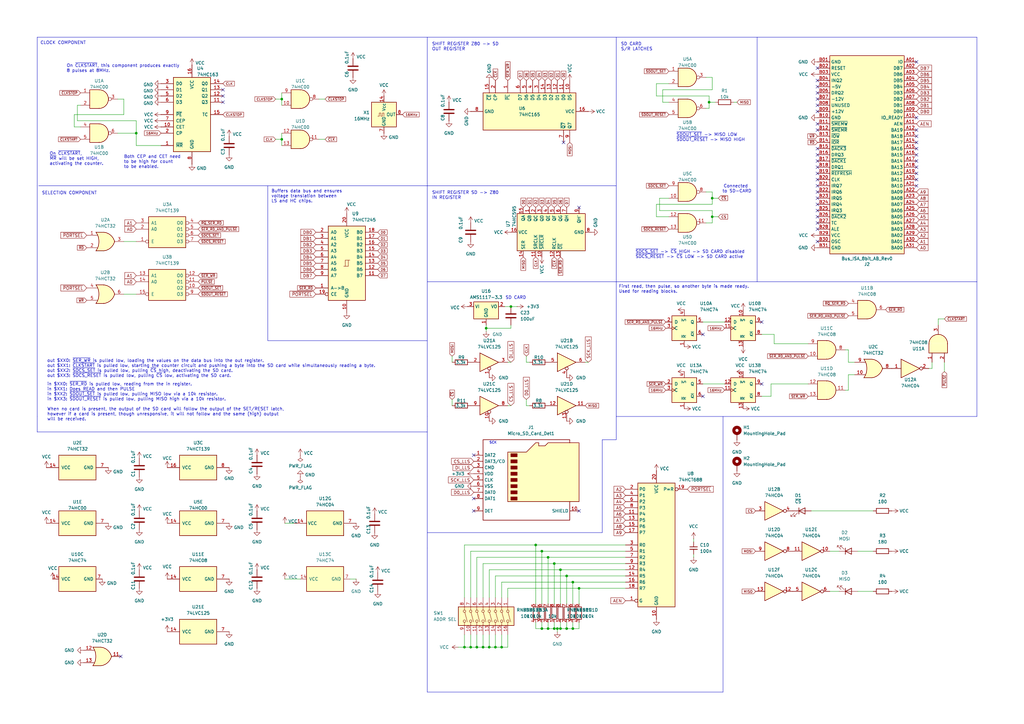
<source format=kicad_sch>
(kicad_sch (version 20250114) (generator "eeschema") (generator_version "9.0")
  (paper "A3")
  (title_block (title "ISA-TO-SDCARD") (date "2025-08-17") (rev "rev0"))
  (lib_symbols
    (symbol "74xx:74HC00" (pin_names (offset 1.016))
      (property "Reference" "U" (at 0 1.27 0))
      (property "Value" "74HC00" (at 0 -1.27 0))
      (symbol "74HC00_1_1"
        (pin input line (at -7.62 2.54 0) (length 3.81) (name "~") (number "1"))
        (pin input line (at -7.62 -2.54 0) (length 3.81) (name "~") (number "2"))
        (pin output inverted (at 7.62 0 180) (length 3.81) (name "~") (number "3"))
      )
      (symbol "74HC00_1_2"
        (pin input inverted (at -7.62 2.54 0) (length 4.318) (name "~") (number "1"))
        (pin input inverted (at -7.62 -2.54 0) (length 4.318) (name "~") (number "2"))
        (pin output line (at 7.62 0 180) (length 3.81) (name "~") (number "3"))
      )
      (symbol "74HC00_2_1"
        (pin input line (at -7.62 2.54 0) (length 3.81) (name "~") (number "4"))
        (pin input line (at -7.62 -2.54 0) (length 3.81) (name "~") (number "5"))
        (pin output inverted (at 7.62 0 180) (length 3.81) (name "~") (number "6"))
      )
      (symbol "74HC00_2_2"
        (pin input inverted (at -7.62 2.54 0) (length 4.318) (name "~") (number "4"))
        (pin input inverted (at -7.62 -2.54 0) (length 4.318) (name "~") (number "5"))
        (pin output line (at 7.62 0 180) (length 3.81) (name "~") (number "6"))
      )
      (symbol "74HC00_3_1"
        (pin input line (at -7.62 2.54 0) (length 3.81) (name "~") (number "9"))
        (pin input line (at -7.62 -2.54 0) (length 3.81) (name "~") (number "10"))
        (pin output inverted (at 7.62 0 180) (length 3.81) (name "~") (number "8"))
      )
      (symbol "74HC00_3_2"
        (pin input inverted (at -7.62 2.54 0) (length 4.318) (name "~") (number "9"))
        (pin input inverted (at -7.62 -2.54 0) (length 4.318) (name "~") (number "10"))
        (pin output line (at 7.62 0 180) (length 3.81) (name "~") (number "8"))
      )
      (symbol "74HC00_4_1"
        (pin input line (at -7.62 2.54 0) (length 3.81) (name "~") (number "12"))
        (pin input line (at -7.62 -2.54 0) (length 3.81) (name "~") (number "13"))
        (pin output inverted (at 7.62 0 180) (length 3.81) (name "~") (number "11"))
      )
      (symbol "74HC00_4_2"
        (pin input inverted (at -7.62 2.54 0) (length 4.318) (name "~") (number "12"))
        (pin input inverted (at -7.62 -2.54 0) (length 4.318) (name "~") (number "13"))
        (pin output line (at 7.62 0 180) (length 3.81) (name "~") (number "11"))
      )
      (symbol "74HC00_5_0"
        (pin power_in line (at 0 12.7 270) (length 5.08) (name "VCC") (number "14"))
        (pin power_in line (at 0 -12.7 90) (length 5.08) (name "GND") (number "7"))
      )
    )
    (symbol "74xx:74HC04"
      (property "Reference" "U" (at 0 1.27 0))
      (property "Value" "74HC04" (at 0 -1.27 0))
      (symbol "74HC04_1_0"
        (pin input line (at -7.62 0 0) (length 3.81) (name "~") (number "1"))
        (pin output inverted (at 7.62 0 180) (length 3.81) (name "~") (number "2"))
      )
      (symbol "74HC04_2_0"
        (pin input line (at -7.62 0 0) (length 3.81) (name "~") (number "3"))
        (pin output inverted (at 7.62 0 180) (length 3.81) (name "~") (number "4"))
      )
      (symbol "74HC04_3_0"
        (pin input line (at -7.62 0 0) (length 3.81) (name "~") (number "5"))
        (pin output inverted (at 7.62 0 180) (length 3.81) (name "~") (number "6"))
      )
      (symbol "74HC04_4_0"
        (pin input line (at -7.62 0 0) (length 3.81) (name "~") (number "9"))
        (pin output inverted (at 7.62 0 180) (length 3.81) (name "~") (number "8"))
      )
      (symbol "74HC04_5_0"
        (pin input line (at -7.62 0 0) (length 3.81) (name "~") (number "11"))
        (pin output inverted (at 7.62 0 180) (length 3.81) (name "~") (number "10"))
      )
      (symbol "74HC04_6_0"
        (pin input line (at -7.62 0 0) (length 3.81) (name "~") (number "13"))
        (pin output inverted (at 7.62 0 180) (length 3.81) (name "~") (number "12"))
      )
      (symbol "74HC04_7_0"
        (pin power_in line (at 0 12.7 270) (length 5.08) (name "VCC") (number "14"))
        (pin power_in line (at 0 -12.7 90) (length 5.08) (name "GND") (number "7"))
      )
    )
    (symbol "74xx:74HC245" (pin_names (offset 1.016))
      (property "Reference" "U" (at -7.62 16.51 0))
      (property "Value" "74HC245" (at -7.62 -16.51 0))
      (symbol "74HC245_1_0"
        (pin tri_state line (at -12.7 12.7 0) (length 5.08) (name "A0") (number "2"))
        (pin tri_state line (at -12.7 10.16 0) (length 5.08) (name "A1") (number "3"))
        (pin tri_state line (at -12.7 7.62 0) (length 5.08) (name "A2") (number "4"))
        (pin tri_state line (at -12.7 5.08 0) (length 5.08) (name "A3") (number "5"))
        (pin tri_state line (at -12.7 2.54 0) (length 5.08) (name "A4") (number "6"))
        (pin tri_state line (at -12.7 0 0) (length 5.08) (name "A5") (number "7"))
        (pin tri_state line (at -12.7 -2.54 0) (length 5.08) (name "A6") (number "8"))
        (pin tri_state line (at -12.7 -5.08 0) (length 5.08) (name "A7") (number "9"))
        (pin input line (at -12.7 -10.16 0) (length 5.08) (name "A->B") (number "1"))
        (pin input inverted (at -12.7 -12.7 0) (length 5.08) (name "CE") (number "19"))
        (pin power_in line (at 0 20.32 270) (length 5.08) (name "VCC") (number "20"))
        (pin power_in line (at 0 -20.32 90) (length 5.08) (name "GND") (number "10"))
        (pin tri_state line (at 12.7 12.7 180) (length 5.08) (name "B0") (number "18"))
        (pin tri_state line (at 12.7 10.16 180) (length 5.08) (name "B1") (number "17"))
        (pin tri_state line (at 12.7 7.62 180) (length 5.08) (name "B2") (number "16"))
        (pin tri_state line (at 12.7 5.08 180) (length 5.08) (name "B3") (number "15"))
        (pin tri_state line (at 12.7 2.54 180) (length 5.08) (name "B4") (number "14"))
        (pin tri_state line (at 12.7 0 180) (length 5.08) (name "B5") (number "13"))
        (pin tri_state line (at 12.7 -2.54 180) (length 5.08) (name "B6") (number "12"))
        (pin tri_state line (at 12.7 -5.08 180) (length 5.08) (name "B7") (number "11"))
      )
    )
    (symbol "74xx:74HC74" (pin_names (offset 1.016))
      (property "Reference" "U" (at -7.62 8.89 0))
      (property "Value" "74HC74" (at -7.62 -8.89 0))
      (symbol "74HC74_1_0"
        (pin input line (at -7.62 2.54 0) (length 2.54) (name "D") (number "2"))
        (pin input clock (at -7.62 0 0) (length 2.54) (name "C") (number "3"))
        (pin input line (at 0 7.62 270) (length 2.54) (name "~{S}") (number "4"))
        (pin input line (at 0 -7.62 90) (length 2.54) (name "~{R}") (number "1"))
        (pin output line (at 7.62 2.54 180) (length 2.54) (name "Q") (number "5"))
        (pin output line (at 7.62 -2.54 180) (length 2.54) (name "~{Q}") (number "6"))
      )
      (symbol "74HC74_2_0"
        (pin input line (at -7.62 2.54 0) (length 2.54) (name "D") (number "12"))
        (pin input clock (at -7.62 0 0) (length 2.54) (name "C") (number "11"))
        (pin input line (at 0 7.62 270) (length 2.54) (name "~{S}") (number "10"))
        (pin input line (at 0 -7.62 90) (length 2.54) (name "~{R}") (number "13"))
        (pin output line (at 7.62 2.54 180) (length 2.54) (name "Q") (number "9"))
        (pin output line (at 7.62 -2.54 180) (length 2.54) (name "~{Q}") (number "8"))
      )
      (symbol "74HC74_3_0"
        (pin power_in line (at 0 10.16 270) (length 2.54) (name "VCC") (number "14"))
        (pin power_in line (at 0 -10.16 90) (length 2.54) (name "GND") (number "7"))
      )
    )
    (symbol "74xx:74HCT688"
      (property "Reference" "U" (at -7.62 26.67 0))
      (property "Value" "74HCT688" (at -7.62 -26.67 0))
      (symbol "74HCT688_1_0"
        (pin input line (at -12.7 22.86 0) (length 5.08) (name "P0") (number "2"))
        (pin input line (at -12.7 20.32 0) (length 5.08) (name "P1") (number "4"))
        (pin input line (at -12.7 17.78 0) (length 5.08) (name "P2") (number "6"))
        (pin input line (at -12.7 15.24 0) (length 5.08) (name "P3") (number "8"))
        (pin input line (at -12.7 12.7 0) (length 5.08) (name "P4") (number "11"))
        (pin input line (at -12.7 10.16 0) (length 5.08) (name "P5") (number "13"))
        (pin input line (at -12.7 7.62 0) (length 5.08) (name "P6") (number "15"))
        (pin input line (at -12.7 5.08 0) (length 5.08) (name "P7") (number "17"))
        (pin input line (at -12.7 0 0) (length 5.08) (name "R0") (number "3"))
        (pin input line (at -12.7 -2.54 0) (length 5.08) (name "R1") (number "5"))
        (pin input line (at -12.7 -5.08 0) (length 5.08) (name "R2") (number "7"))
        (pin input line (at -12.7 -7.62 0) (length 5.08) (name "R3") (number "9"))
        (pin input line (at -12.7 -10.16 0) (length 5.08) (name "R4") (number "12"))
        (pin input line (at -12.7 -12.7 0) (length 5.08) (name "R5") (number "14"))
        (pin input line (at -12.7 -15.24 0) (length 5.08) (name "R6") (number "16"))
        (pin input line (at -12.7 -17.78 0) (length 5.08) (name "R7") (number "18"))
        (pin input inverted (at -12.7 -22.86 0) (length 5.08) (name "G") (number "1"))
        (pin power_in line (at 0 30.48 270) (length 5.08) (name "VCC") (number "20"))
        (pin power_in line (at 0 -30.48 90) (length 5.08) (name "GND") (number "10"))
        (pin output inverted (at 12.7 22.86 180) (length 5.08) (name "P=R") (number "19"))
      )
    )
    (symbol "74xx:74LS08" (pin_names (offset 1.016))
      (property "Reference" "U" (at 0 1.27 0))
      (property "Value" "74LS08" (at 0 -1.27 0))
      (symbol "74LS08_1_1"
        (pin input line (at -7.62 2.54 0) (length 3.81) (name "~") (number "1"))
        (pin input line (at -7.62 -2.54 0) (length 3.81) (name "~") (number "2"))
        (pin output line (at 7.62 0 180) (length 3.81) (name "~") (number "3"))
      )
      (symbol "74LS08_1_2"
        (pin input inverted (at -7.62 2.54 0) (length 4.318) (name "~") (number "1"))
        (pin input inverted (at -7.62 -2.54 0) (length 4.318) (name "~") (number "2"))
        (pin output inverted (at 7.62 0 180) (length 3.81) (name "~") (number "3"))
      )
      (symbol "74LS08_2_1"
        (pin input line (at -7.62 2.54 0) (length 3.81) (name "~") (number "4"))
        (pin input line (at -7.62 -2.54 0) (length 3.81) (name "~") (number "5"))
        (pin output line (at 7.62 0 180) (length 3.81) (name "~") (number "6"))
      )
      (symbol "74LS08_2_2"
        (pin input inverted (at -7.62 2.54 0) (length 4.318) (name "~") (number "4"))
        (pin input inverted (at -7.62 -2.54 0) (length 4.318) (name "~") (number "5"))
        (pin output inverted (at 7.62 0 180) (length 3.81) (name "~") (number "6"))
      )
      (symbol "74LS08_3_1"
        (pin input line (at -7.62 2.54 0) (length 3.81) (name "~") (number "9"))
        (pin input line (at -7.62 -2.54 0) (length 3.81) (name "~") (number "10"))
        (pin output line (at 7.62 0 180) (length 3.81) (name "~") (number "8"))
      )
      (symbol "74LS08_3_2"
        (pin input inverted (at -7.62 2.54 0) (length 4.318) (name "~") (number "9"))
        (pin input inverted (at -7.62 -2.54 0) (length 4.318) (name "~") (number "10"))
        (pin output inverted (at 7.62 0 180) (length 3.81) (name "~") (number "8"))
      )
      (symbol "74LS08_4_1"
        (pin input line (at -7.62 2.54 0) (length 3.81) (name "~") (number "12"))
        (pin input line (at -7.62 -2.54 0) (length 3.81) (name "~") (number "13"))
        (pin output line (at 7.62 0 180) (length 3.81) (name "~") (number "11"))
      )
      (symbol "74LS08_4_2"
        (pin input inverted (at -7.62 2.54 0) (length 4.318) (name "~") (number "12"))
        (pin input inverted (at -7.62 -2.54 0) (length 4.318) (name "~") (number "13"))
        (pin output inverted (at 7.62 0 180) (length 3.81) (name "~") (number "11"))
      )
      (symbol "74LS08_5_0"
        (pin power_in line (at 0 12.7 270) (length 5.08) (name "VCC") (number "14"))
        (pin power_in line (at 0 -12.7 90) (length 5.08) (name "GND") (number "7"))
      )
    )
    (symbol "74xx:74LS139" (pin_names (offset 1.016))
      (property "Reference" "U" (at -7.62 8.89 0))
      (property "Value" "74LS139" (at -7.62 -8.89 0))
      (symbol "74LS139_1_0"
        (pin input line (at -12.7 2.54 0) (length 5.08) (name "A1") (number "3"))
        (pin input line (at -12.7 0 0) (length 5.08) (name "A0") (number "2"))
        (pin input inverted (at -12.7 -5.08 0) (length 5.08) (name "E") (number "1"))
        (pin output inverted (at 12.7 2.54 180) (length 5.08) (name "O0") (number "4"))
        (pin output inverted (at 12.7 0 180) (length 5.08) (name "O1") (number "5"))
        (pin output inverted (at 12.7 -2.54 180) (length 5.08) (name "O2") (number "6"))
        (pin output inverted (at 12.7 -5.08 180) (length 5.08) (name "O3") (number "7"))
      )
      (symbol "74LS139_2_0"
        (pin input line (at -12.7 2.54 0) (length 5.08) (name "A1") (number "13"))
        (pin input line (at -12.7 0 0) (length 5.08) (name "A0") (number "14"))
        (pin input inverted (at -12.7 -5.08 0) (length 5.08) (name "E") (number "15"))
        (pin output inverted (at 12.7 2.54 180) (length 5.08) (name "O0") (number "12"))
        (pin output inverted (at 12.7 0 180) (length 5.08) (name "O1") (number "11"))
        (pin output inverted (at 12.7 -2.54 180) (length 5.08) (name "O2") (number "10"))
        (pin output inverted (at 12.7 -5.08 180) (length 5.08) (name "O3") (number "9"))
      )
      (symbol "74LS139_3_0"
        (pin power_in line (at 0 12.7 270) (length 5.08) (name "VCC") (number "16"))
        (pin power_in line (at 0 -12.7 90) (length 5.08) (name "GND") (number "8"))
      )
    )
    (symbol "74xx:74LS163" (pin_names (offset 1.016))
      (property "Reference" "U" (at -7.62 16.51 0))
      (property "Value" "74LS163" (at -7.62 -16.51 0))
      (symbol "74LS163_1_0"
        (pin input line (at -12.7 12.7 0) (length 5.08) (name "D0") (number "3"))
        (pin input line (at -12.7 10.16 0) (length 5.08) (name "D1") (number "4"))
        (pin input line (at -12.7 7.62 0) (length 5.08) (name "D2") (number "5"))
        (pin input line (at -12.7 5.08 0) (length 5.08) (name "D3") (number "6"))
        (pin input line (at -12.7 0 0) (length 5.08) (name "~{PE}") (number "9"))
        (pin input line (at -12.7 -2.54 0) (length 5.08) (name "CEP") (number "7"))
        (pin input line (at -12.7 -5.08 0) (length 5.08) (name "CET") (number "10"))
        (pin input line (at -12.7 -7.62 0) (length 5.08) (name "CP") (number "2"))
        (pin input line (at -12.7 -12.7 0) (length 5.08) (name "~{MR}") (number "1"))
        (pin power_in line (at 0 20.32 270) (length 5.08) (name "VCC") (number "16"))
        (pin power_in line (at 0 -20.32 90) (length 5.08) (name "GND") (number "8"))
        (pin output line (at 12.7 12.7 180) (length 5.08) (name "Q0") (number "14"))
        (pin output line (at 12.7 10.16 180) (length 5.08) (name "Q1") (number "13"))
        (pin output line (at 12.7 7.62 180) (length 5.08) (name "Q2") (number "12"))
        (pin output line (at 12.7 5.08 180) (length 5.08) (name "Q3") (number "11"))
        (pin output line (at 12.7 0 180) (length 5.08) (name "TC") (number "15"))
      )
    )
    (symbol "74xx:74LS165"
      (property "Reference" "U" (at -7.62 19.05 0))
      (property "Value" "74LS165" (at -7.62 -21.59 0))
      (symbol "74LS165_1_0"
        (pin input line (at -12.7 15.24 0) (length 5.08) (name "DS") (number "10"))
        (pin input line (at -12.7 12.7 0) (length 5.08) (name "D0") (number "11"))
        (pin input line (at -12.7 10.16 0) (length 5.08) (name "D1") (number "12"))
        (pin input line (at -12.7 7.62 0) (length 5.08) (name "D2") (number "13"))
        (pin input line (at -12.7 5.08 0) (length 5.08) (name "D3") (number "14"))
        (pin input line (at -12.7 2.54 0) (length 5.08) (name "D4") (number "3"))
        (pin input line (at -12.7 0 0) (length 5.08) (name "D5") (number "4"))
        (pin input line (at -12.7 -2.54 0) (length 5.08) (name "D6") (number "5"))
        (pin input line (at -12.7 -5.08 0) (length 5.08) (name "D7") (number "6"))
        (pin input line (at -12.7 -10.16 0) (length 5.08) (name "~{PL}") (number "1"))
        (pin input line (at -12.7 -15.24 0) (length 5.08) (name "CP") (number "2"))
        (pin input line (at -12.7 -17.78 0) (length 5.08) (name "~{CE}") (number "15"))
        (pin power_in line (at 0 22.86 270) (length 5.08) (name "VCC") (number "16"))
        (pin power_in line (at 0 -25.4 90) (length 5.08) (name "GND") (number "8"))
        (pin output line (at 12.7 15.24 180) (length 5.08) (name "Q7") (number "9"))
        (pin output line (at 12.7 12.7 180) (length 5.08) (name "~{Q7}") (number "7"))
      )
    )
    (symbol "74xx:74LS32" (pin_names (offset 1.016))
      (property "Reference" "U" (at 0 1.27 0))
      (property "Value" "74LS32" (at 0 -1.27 0))
      (symbol "74LS32_1_1"
        (pin input line (at -7.62 2.54 0) (length 4.318) (name "~") (number "1"))
        (pin input line (at -7.62 -2.54 0) (length 4.318) (name "~") (number "2"))
        (pin output line (at 7.62 0 180) (length 3.81) (name "~") (number "3"))
      )
      (symbol "74LS32_1_2"
        (pin input inverted (at -7.62 2.54 0) (length 3.81) (name "~") (number "1"))
        (pin input inverted (at -7.62 -2.54 0) (length 3.81) (name "~") (number "2"))
        (pin output inverted (at 7.62 0 180) (length 3.81) (name "~") (number "3"))
      )
      (symbol "74LS32_2_1"
        (pin input line (at -7.62 2.54 0) (length 4.318) (name "~") (number "4"))
        (pin input line (at -7.62 -2.54 0) (length 4.318) (name "~") (number "5"))
        (pin output line (at 7.62 0 180) (length 3.81) (name "~") (number "6"))
      )
      (symbol "74LS32_2_2"
        (pin input inverted (at -7.62 2.54 0) (length 3.81) (name "~") (number "4"))
        (pin input inverted (at -7.62 -2.54 0) (length 3.81) (name "~") (number "5"))
        (pin output inverted (at 7.62 0 180) (length 3.81) (name "~") (number "6"))
      )
      (symbol "74LS32_3_1"
        (pin input line (at -7.62 2.54 0) (length 4.318) (name "~") (number "9"))
        (pin input line (at -7.62 -2.54 0) (length 4.318) (name "~") (number "10"))
        (pin output line (at 7.62 0 180) (length 3.81) (name "~") (number "8"))
      )
      (symbol "74LS32_3_2"
        (pin input inverted (at -7.62 2.54 0) (length 3.81) (name "~") (number "9"))
        (pin input inverted (at -7.62 -2.54 0) (length 3.81) (name "~") (number "10"))
        (pin output inverted (at 7.62 0 180) (length 3.81) (name "~") (number "8"))
      )
      (symbol "74LS32_4_1"
        (pin input line (at -7.62 2.54 0) (length 4.318) (name "~") (number "12"))
        (pin input line (at -7.62 -2.54 0) (length 4.318) (name "~") (number "13"))
        (pin output line (at 7.62 0 180) (length 3.81) (name "~") (number "11"))
      )
      (symbol "74LS32_4_2"
        (pin input inverted (at -7.62 2.54 0) (length 3.81) (name "~") (number "12"))
        (pin input inverted (at -7.62 -2.54 0) (length 3.81) (name "~") (number "13"))
        (pin output inverted (at 7.62 0 180) (length 3.81) (name "~") (number "11"))
      )
      (symbol "74LS32_5_0"
        (pin power_in line (at 0 12.7 270) (length 5.08) (name "VCC") (number "14"))
        (pin power_in line (at 0 -12.7 90) (length 5.08) (name "GND") (number "7"))
      )
    )
    (symbol "74xx:74LS595"
      (property "Reference" "U" (at -7.62 13.97 0))
      (property "Value" "74LS595" (at -7.62 -16.51 0))
      (symbol "74LS595_1_0"
        (pin input line (at -10.16 10.16 0) (length 2.54) (name "SER") (number "14"))
        (pin input line (at -10.16 5.08 0) (length 2.54) (name "SRCLK") (number "11"))
        (pin input line (at -10.16 2.54 0) (length 2.54) (name "~{SRCLR}") (number "10"))
        (pin input line (at -10.16 -2.54 0) (length 2.54) (name "RCLK") (number "12"))
        (pin input line (at -10.16 -5.08 0) (length 2.54) (name "~{OE}") (number "13"))
        (pin power_in line (at 0 15.24 270) (length 2.54) (name "VCC") (number "16"))
        (pin power_in line (at 0 -17.78 90) (length 2.54) (name "GND") (number "8"))
        (pin tri_state line (at 10.16 10.16 180) (length 2.54) (name "QA") (number "15"))
        (pin tri_state line (at 10.16 7.62 180) (length 2.54) (name "QB") (number "1"))
        (pin tri_state line (at 10.16 5.08 180) (length 2.54) (name "QC") (number "2"))
        (pin tri_state line (at 10.16 2.54 180) (length 2.54) (name "QD") (number "3"))
        (pin tri_state line (at 10.16 0 180) (length 2.54) (name "QE") (number "4"))
        (pin tri_state line (at 10.16 -2.54 180) (length 2.54) (name "QF") (number "5"))
        (pin tri_state line (at 10.16 -5.08 180) (length 2.54) (name "QG") (number "6"))
        (pin tri_state line (at 10.16 -7.62 180) (length 2.54) (name "QH") (number "7"))
        (pin output line (at 10.16 -12.7 180) (length 2.54) (name "QH'") (number "9"))
      )
    )
    (symbol "74xx:74LVC125" (pin_names (offset 1.016))
      (property "Reference" "U" (at 0 1.27 0))
      (property "Value" "74LVC125" (at 0 -1.27 0))
      (symbol "74LVC125_1_0"
        (pin input line (at -7.62 0 0) (length 3.81) (name "~") (number "2"))
        (pin input inverted (at 0 -6.35 90) (length 4.445) (name "~") (number "1"))
        (pin tri_state line (at 7.62 0 180) (length 3.81) (name "~") (number "3"))
      )
      (symbol "74LVC125_2_0"
        (pin input line (at -7.62 0 0) (length 3.81) (name "~") (number "5"))
        (pin input inverted (at 0 -6.35 90) (length 4.445) (name "~") (number "4"))
        (pin tri_state line (at 7.62 0 180) (length 3.81) (name "~") (number "6"))
      )
      (symbol "74LVC125_3_0"
        (pin input line (at -7.62 0 0) (length 3.81) (name "~") (number "9"))
        (pin input inverted (at 0 -6.35 90) (length 4.445) (name "~") (number "10"))
        (pin tri_state line (at 7.62 0 180) (length 3.81) (name "~") (number "8"))
      )
      (symbol "74LVC125_4_0"
        (pin input line (at -7.62 0 0) (length 3.81) (name "~") (number "12"))
        (pin input inverted (at 0 -6.35 90) (length 4.445) (name "~") (number "13"))
        (pin tri_state line (at 7.62 0 180) (length 3.81) (name "~") (number "11"))
      )
      (symbol "74LVC125_5_0"
        (pin power_in line (at 0 12.7 270) (length 5.08) (name "VCC") (number "14"))
        (pin power_in line (at 0 -12.7 90) (length 5.08) (name "GND") (number "7"))
      )
    )
    (symbol "Connector:Bus_ISA_8bit_AB_Rev0"
      (property "Reference" "J" (at 0 42.545 0))
      (property "Value" "Connector_Bus_ISA_8bit_AB_Rev0" (at 0 -42.545 0))
      (symbol "Bus_ISA_8bit_AB_Rev0_1_1"
        (pin power_in line (at -20.32 38.1 0) (length 5.08) (name "GND") (number "B01"))
        (pin output line (at -20.32 35.56 0) (length 5.08) (name "RESET") (number "B02"))
        (pin power_in line (at -20.32 33.02 0) (length 5.08) (name "VCC") (number "B03"))
        (pin passive line (at -20.32 30.48 0) (length 5.08) (name "INQ2") (number "B04"))
        (pin power_in line (at -20.32 27.94 0) (length 5.08) (name "-5V") (number "B05"))
        (pin passive line (at -20.32 25.4 0) (length 5.08) (name "DRQ2") (number "B06"))
        (pin power_in line (at -20.32 22.86 0) (length 5.08) (name "-12V") (number "B07"))
        (pin passive line (at -20.32 20.32 0) (length 5.08) (name "UNUSED") (number "B08"))
        (pin power_in line (at -20.32 17.78 0) (length 5.08) (name "+12V") (number "B09"))
        (pin power_in line (at -20.32 15.24 0) (length 5.08) (name "GND") (number "B10"))
        (pin output line (at -20.32 12.7 0) (length 5.08) (name "~{SMEMW}") (number "B11"))
        (pin output line (at -20.32 10.16 0) (length 5.08) (name "~{SMEMR}") (number "B12"))
        (pin output line (at -20.32 7.62 0) (length 5.08) (name "~{IOW}") (number "B13"))
        (pin output line (at -20.32 5.08 0) (length 5.08) (name "~{IOR}") (number "B14"))
        (pin passive line (at -20.32 2.54 0) (length 5.08) (name "~{DACK3}") (number "B15"))
        (pin passive line (at -20.32 0 0) (length 5.08) (name "DRQ3") (number "B16"))
        (pin passive line (at -20.32 -2.54 0) (length 5.08) (name "~{DACK1}") (number "B17"))
        (pin passive line (at -20.32 -5.08 0) (length 5.08) (name "DRQ1") (number "B18"))
        (pin passive line (at -20.32 -7.62 0) (length 5.08) (name "~{REFRESH}") (number "B19"))
        (pin output line (at -20.32 -10.16 0) (length 5.08) (name "CLK") (number "B20"))
        (pin passive line (at -20.32 -12.7 0) (length 5.08) (name "IRQ7") (number "B21"))
        (pin passive line (at -20.32 -15.24 0) (length 5.08) (name "IRQ6") (number "B22"))
        (pin passive line (at -20.32 -17.78 0) (length 5.08) (name "IRQ5") (number "B23"))
        (pin passive line (at -20.32 -20.32 0) (length 5.08) (name "IRQ4") (number "B24"))
        (pin passive line (at -20.32 -22.86 0) (length 5.08) (name "IRQ3") (number "B25"))
        (pin passive line (at -20.32 -25.4 0) (length 5.08) (name "~{DACK2}") (number "B26"))
        (pin passive line (at -20.32 -27.94 0) (length 5.08) (name "TC") (number "B27"))
        (pin output line (at -20.32 -30.48 0) (length 5.08) (name "ALE") (number "B28"))
        (pin power_in line (at -20.32 -33.02 0) (length 5.08) (name "VCC") (number "B29"))
        (pin output line (at -20.32 -35.56 0) (length 5.08) (name "OSC") (number "B30"))
        (pin power_in line (at -20.32 -38.1 0) (length 5.08) (name "GND") (number "B31"))
        (pin passive line (at 20.32 38.1 180) (length 5.08) (name "IO") (number "A01"))
        (pin tri_state line (at 20.32 35.56 180) (length 5.08) (name "DB7") (number "A02"))
        (pin tri_state line (at 20.32 33.02 180) (length 5.08) (name "DB6") (number "A03"))
        (pin tri_state line (at 20.32 30.48 180) (length 5.08) (name "DB5") (number "A04"))
        (pin tri_state line (at 20.32 27.94 180) (length 5.08) (name "DB4") (number "A05"))
        (pin tri_state line (at 20.32 25.4 180) (length 5.08) (name "DB3") (number "A06"))
        (pin tri_state line (at 20.32 22.86 180) (length 5.08) (name "DB2") (number "A07"))
        (pin tri_state line (at 20.32 20.32 180) (length 5.08) (name "DB1") (number "A08"))
        (pin tri_state line (at 20.32 17.78 180) (length 5.08) (name "DB0") (number "A09"))
        (pin passive line (at 20.32 15.24 180) (length 5.08) (name "IO_READY") (number "A10"))
        (pin output line (at 20.32 12.7 180) (length 5.08) (name "AEN") (number "A11"))
        (pin tri_state line (at 20.32 10.16 180) (length 5.08) (name "BA19") (number "A12"))
        (pin tri_state line (at 20.32 7.62 180) (length 5.08) (name "BA18") (number "A13"))
        (pin tri_state line (at 20.32 5.08 180) (length 5.08) (name "BA17") (number "A14"))
        (pin tri_state line (at 20.32 2.54 180) (length 5.08) (name "BA16") (number "A15"))
        (pin tri_state line (at 20.32 0 180) (length 5.08) (name "BA15") (number "A16"))
        (pin tri_state line (at 20.32 -2.54 180) (length 5.08) (name "BA14") (number "A17"))
        (pin tri_state line (at 20.32 -5.08 180) (length 5.08) (name "BA13") (number "A18"))
        (pin tri_state line (at 20.32 -7.62 180) (length 5.08) (name "BA12") (number "A19"))
        (pin tri_state line (at 20.32 -10.16 180) (length 5.08) (name "BA11") (number "A20"))
        (pin tri_state line (at 20.32 -12.7 180) (length 5.08) (name "BA10") (number "A21"))
        (pin tri_state line (at 20.32 -15.24 180) (length 5.08) (name "BA09") (number "A22"))
        (pin tri_state line (at 20.32 -17.78 180) (length 5.08) (name "BA08") (number "A23"))
        (pin tri_state line (at 20.32 -20.32 180) (length 5.08) (name "BA07") (number "A24"))
        (pin tri_state line (at 20.32 -22.86 180) (length 5.08) (name "BA06") (number "A25"))
        (pin tri_state line (at 20.32 -25.4 180) (length 5.08) (name "BA05") (number "A26"))
        (pin tri_state line (at 20.32 -27.94 180) (length 5.08) (name "BA04") (number "A27"))
        (pin tri_state line (at 20.32 -30.48 180) (length 5.08) (name "BA03") (number "A28"))
        (pin tri_state line (at 20.32 -33.02 180) (length 5.08) (name "BA02") (number "A29"))
        (pin tri_state line (at 20.32 -35.56 180) (length 5.08) (name "BA01") (number "A30"))
        (pin tri_state line (at 20.32 -38.1 180) (length 5.08) (name "BA00") (number "A31"))
      )
    )
    (symbol "Connector:Micro_SD_Card_Det1"
      (property "Reference" "J" (at -16.51 17.78 0))
      (property "Value" "Micro_SD_Card_Det1" (at 16.51 17.78 0))
      (symbol "Micro_SD_Card_Det1_1_1"
        (pin bidirectional line (at -22.86 10.16 0) (length 3.81) (name "DAT2") (number "1"))
        (pin bidirectional line (at -22.86 7.62 0) (length 3.81) (name "DAT3/CD") (number "2"))
        (pin input line (at -22.86 5.08 0) (length 3.81) (name "CMD") (number "3"))
        (pin power_in line (at -22.86 2.54 0) (length 3.81) (name "VDD") (number "4"))
        (pin input line (at -22.86 0 0) (length 3.81) (name "CLK") (number "5"))
        (pin power_in line (at -22.86 -2.54 0) (length 3.81) (name "VSS") (number "6"))
        (pin bidirectional line (at -22.86 -5.08 0) (length 3.81) (name "DAT0") (number "7"))
        (pin bidirectional line (at -22.86 -7.62 0) (length 3.81) (name "DAT1") (number "8"))
        (pin passive line (at -22.86 -12.7 0) (length 3.81) (name "DET") (number "9"))
        (pin passive line (at 20.32 -12.7 180) (length 3.81) (name "SHIELD") (number "10"))
      )
    )
    (symbol "Device:C" (pin_numbers (hide yes)) (pin_names (offset 0.254))
      (property "Reference" "C" (at 0.635 2.54 0))
      (property "Value" "C" (at 0.635 -2.54 0))
      (symbol "C_1_1"
        (pin passive line (at 0 3.81 270) (length 2.794) (name "~") (number "1"))
        (pin passive line (at 0 -3.81 90) (length 2.794) (name "~") (number "2"))
      )
    )
    (symbol "Device:C_Small" (pin_numbers (hide yes)) (pin_names (offset 0.254) (hide yes))
      (property "Reference" "C" (at 0.254 1.778 0))
      (property "Value" "C_Small" (at 0.254 -2.032 0))
      (symbol "C_Small_1_1"
        (pin passive line (at 0 2.54 270) (length 2.032) (name "~") (number "1"))
        (pin passive line (at 0 -2.54 90) (length 2.032) (name "~") (number "2"))
      )
    )
    (symbol "Device:LED" (pin_numbers (hide yes)) (pin_names (offset 1.016) (hide yes))
      (property "Reference" "D" (at 0 2.54 0))
      (property "Value" "LED" (at 0 -2.54 0))
      (symbol "LED_1_1"
        (pin passive line (at -3.81 0 0) (length 2.54) (name "K") (number "1"))
        (pin passive line (at 3.81 0 180) (length 2.54) (name "A") (number "2"))
      )
    )
    (symbol "Device:R" (pin_numbers (hide yes)) (pin_names (offset 0))
      (property "Reference" "R" (at 2.032 0 90))
      (property "Value" "R" (at 0 0 90))
      (symbol "R_1_1"
        (pin passive line (at 0 3.81 270) (length 1.27) (name "~") (number "1"))
        (pin passive line (at 0 -3.81 90) (length 1.27) (name "~") (number "2"))
      )
    )
    (symbol "Device:R_Pack04_Split" (pin_names (offset 0) (hide yes))
      (property "Reference" "RN" (at 2.032 0 90))
      (property "Value" "R_Pack04_Split" (at 0 0 90))
      (symbol "R_Pack04_Split_1_1"
        (pin passive line (at 0 3.81 270) (length 1.27) (name "R1.2") (number "8"))
        (pin passive line (at 0 -3.81 90) (length 1.27) (name "R1.1") (number "1"))
      )
      (symbol "R_Pack04_Split_2_1"
        (pin passive line (at 0 3.81 270) (length 1.27) (name "R2.2") (number "7"))
        (pin passive line (at 0 -3.81 90) (length 1.27) (name "R2.1") (number "2"))
      )
      (symbol "R_Pack04_Split_3_1"
        (pin passive line (at 0 3.81 270) (length 1.27) (name "R3.2") (number "6"))
        (pin passive line (at 0 -3.81 90) (length 1.27) (name "R3.1") (number "3"))
      )
      (symbol "R_Pack04_Split_4_1"
        (pin passive line (at 0 3.81 270) (length 1.27) (name "R4.2") (number "5"))
        (pin passive line (at 0 -3.81 90) (length 1.27) (name "R4.1") (number "4"))
      )
    )
    (symbol "Mechanical:MountingHole_Pad" (pin_numbers (hide yes)) (pin_names (offset 1.016) (hide yes)) (in_bom no)
      (property "Reference" "H" (at 0 6.35 0))
      (property "Value" "MountingHole_Pad" (at 0 4.445 0))
      (symbol "MountingHole_Pad_1_1"
        (pin input line (at 0 -2.54 90) (length 2.54) (name "1") (number "1"))
      )
    )
    (symbol "Oscillator:TCXO-14" (pin_names (offset 0.254))
      (property "Reference" "Y" (at -5.08 6.35 0))
      (property "Value" "TCXO-14" (at 1.27 -6.35 0))
      (symbol "TCXO-14_1_1"
        (pin no_connect line (at -5.08 2.54 0) (length 2.54) (hide yes) (name "NC") (number "1"))
        (pin power_in line (at 0 7.62 270) (length 2.54) (name "Vcc") (number "14"))
        (pin power_in line (at 0 -7.62 90) (length 2.54) (name "GND") (number "7"))
        (pin output line (at 7.62 0 180) (length 2.54) (name "OUT") (number "8"))
      )
    )
    (symbol "Regulator_Linear:AMS1117-3.3"
      (property "Reference" "U" (at -3.81 3.175 0))
      (property "Value" "AMS1117-3.3" (at 0 3.175 0))
      (symbol "AMS1117-3.3_1_1"
        (pin power_in line (at -7.62 0 0) (length 2.54) (name "VI") (number "3"))
        (pin power_in line (at 0 -7.62 90) (length 2.54) (name "GND") (number "1"))
        (pin power_out line (at 7.62 0 180) (length 2.54) (name "VO") (number "2"))
      )
    )
    (symbol "Switch:SW_DIP_x08" (pin_names (offset 0) (hide yes))
      (property "Reference" "SW" (at 0 13.97 0))
      (property "Value" "SW_DIP_x08" (at 0 -11.43 0))
      (symbol "SW_DIP_x08_1_1"
        (pin passive line (at -7.62 10.16 0) (length 5.08) (name "~") (number "1"))
        (pin passive line (at -7.62 7.62 0) (length 5.08) (name "~") (number "2"))
        (pin passive line (at -7.62 5.08 0) (length 5.08) (name "~") (number "3"))
        (pin passive line (at -7.62 2.54 0) (length 5.08) (name "~") (number "4"))
        (pin passive line (at -7.62 0 0) (length 5.08) (name "~") (number "5"))
        (pin passive line (at -7.62 -2.54 0) (length 5.08) (name "~") (number "6"))
        (pin passive line (at -7.62 -5.08 0) (length 5.08) (name "~") (number "7"))
        (pin passive line (at -7.62 -7.62 0) (length 5.08) (name "~") (number "8"))
        (pin passive line (at 7.62 10.16 180) (length 5.08) (name "~") (number "16"))
        (pin passive line (at 7.62 7.62 180) (length 5.08) (name "~") (number "15"))
        (pin passive line (at 7.62 5.08 180) (length 5.08) (name "~") (number "14"))
        (pin passive line (at 7.62 2.54 180) (length 5.08) (name "~") (number "13"))
        (pin passive line (at 7.62 0 180) (length 5.08) (name "~") (number "12"))
        (pin passive line (at 7.62 -2.54 180) (length 5.08) (name "~") (number "11"))
        (pin passive line (at 7.62 -5.08 180) (length 5.08) (name "~") (number "10"))
        (pin passive line (at 7.62 -7.62 180) (length 5.08) (name "~") (number "9"))
      )
    )
    (symbol "power:+3V3" (power) (pin_numbers (hide yes)) (pin_names (offset 0) (hide yes))
      (property "Value" "+3V3" (at 0 3.556 0))
      (symbol "+3V3_1_1"
        (pin power_in line (at 0 0 90) (length 0) (name "~") (number "1"))
      )
    )
    (symbol "power:GND" (power) (pin_numbers (hide yes)) (pin_names (offset 0) (hide yes))
      (property "Value" "GND" (at 0 -3.81 0))
      (symbol "GND_1_1"
        (pin power_in line (at 0 0 270) (length 0) (name "~") (number "1"))
      )
    )
    (symbol "power:PWR_FLAG" (power) (pin_numbers (hide yes)) (pin_names (offset 0) (hide yes))
      (property "Value" "PWR_FLAG" (at 0 3.81 0))
      (symbol "PWR_FLAG_0_0"
        (pin power_out line (at 0 0 90) (length 0) (name "~") (number "1"))
      )
    )
    (symbol "power:VCC" (power) (pin_numbers (hide yes)) (pin_names (offset 0) (hide yes))
      (property "Value" "VCC" (at 0 3.556 0))
      (symbol "VCC_1_1"
        (pin power_in line (at 0 0 90) (length 0) (name "~") (number "1"))
      )
    )
  )
  (text "First read, then pulse, so another byte is made ready.\nUsed for reading blocks." (at 253.746 118.618 0) (effects (font (size 1.27 1.27)) (justify left)))
  (text "SHIFT REGISTER SD -> Z80\nIN REGISTER" (at 177.165 81.915 0) (effects (font (size 1.27 1.27)) (justify left bottom)))
  (text "SD CARD\nS/R LATCHES" (at 254.635 20.955 0) (effects (font (size 1.27 1.27)) (justify left bottom)))
  (text "out $XX0: ~{SER_WR} is pulled low, loading the values on the data bus into the out register.\nout $XX1: ~{CLKSTART} is pulled low, starting the counter circuit and pushing a byte into the SD card while simultaneously reading a byte.\nout $XX2: ~{SDCS_SET} is pulled low, pulling ~{CS} high, deactivating the SD card.\nout $XX3: ~{SDCS_RESET} is pulled low, pulling ~{CS} low, activating the SD card." (at 19.304 154.94 0) (effects (font (size 1.27 1.27)) (justify left bottom)))
  (text "On ~{CLKSTART}, this component produces exactly\n8 pulses at 8MHz." (at 27.305 29.845 0) (effects (font (size 1.27 1.27)) (justify left bottom)))
  (text "SCK" (at 200.66 182.245 0) (effects (font (size 1 1)) (justify left bottom)))
  (text "On ~{CLKSTART}, \n~{MR} will be set HIGH, \nactivating the counter." (at 20.32 67.945 0) (effects (font (size 1.27 1.27)) (justify left bottom)))
  (text "in $XX0: ~{SER_RD} is pulled low, reading from the in register.\nin $XX1: Does READ and then PULSE\nin $XX2: ~{SDOUT_SET} is pulled low, pulling MISO low via a 10k resistor.\nin $XX3: ~{SDOUT_RESET} is pulled low, pulling MISO high via a 10k resistor.\n\nWhen no card is present, the output of the SD card will follow the output of the SET/RESET latch,\nhowever if a card is present, though unresponsive, it will not follow and the same (high) output\nwill be received." (at 19.304 172.72 0) (effects (font (size 1.27 1.27)) (justify left bottom)))
  (text "Connected \nto SD-CARD" (at 302.26 77.47 0) (effects (font (size 1.27 1.27))))
  (text "~{SDOUT_SET} -> MISO LOW\n~{SDOUT_RESET} -> MISO HIGH" (at 277.368 56.388 0) (effects (font (size 1.27 1.27)) (justify left)))
  (text "~{SDCS_SET} -> ~{CS} HIGH -> SD CARD disabled\n~{SDCS_RESET} -> ~{CS} LOW -> SD CARD active" (at 260.604 104.394 0) (effects (font (size 1.27 1.27)) (justify left)))
  (text "SELECTION COMPONENT" (at 17.145 80.01 0) (effects (font (size 1.27 1.27)) (justify left bottom)))
  (text "CLOCK COMPONENT" (at 16.51 18.415 0) (effects (font (size 1.27 1.27)) (justify left bottom)))
  (text "SD CARD" (at 207.264 122.936 0) (effects (font (size 1.27 1.27)) (justify left bottom)))
  (text "Buffers data bus and ensures\nvoltage translation between\nLS and HC chips." (at 111.252 80.518 0) (effects (font (size 1.27 1.27)) (justify left)))
  (text "Both CEP and CET need\nto be high for count\nto be enabled." (at 50.8 69.215 0) (effects (font (size 1.27 1.27)) (justify left bottom)))
  (text "SHIFT REGISTER Z80 -> SD\nOUT REGISTER" (at 177.165 20.955 0) (effects (font (size 1.27 1.27)) (justify left bottom)))
  (junction (at 227.33 257.81))
  (junction (at 227.33 231.14))
  (junction (at 199.39 134.62))
  (junction (at 234.95 257.81))
  (junction (at 209.55 125.73))
  (junction (at 292.1 81.28))
  (junction (at 198.12 265.43))
  (junction (at 292.1 88.9))
  (junction (at 219.71 223.52))
  (junction (at 203.2 265.43))
  (junction (at 205.74 265.43))
  (junction (at 55.88 54.61))
  (junction (at 222.25 257.81))
  (junction (at 222.25 226.06))
  (junction (at 229.87 257.81))
  (junction (at 290.83 41.91))
  (junction (at 224.79 228.6))
  (junction (at 190.5 265.43))
  (junction (at 228.6 257.81))
  (junction (at 234.95 238.76))
  (junction (at 193.04 265.43))
  (junction (at 115.57 57.15))
  (junction (at 195.58 265.43))
  (junction (at 200.66 265.43))
  (junction (at 224.79 257.81))
  (junction (at 115.57 40.64))
  (junction (at 232.41 257.81))
  (junction (at 232.41 236.22))
  (junction (at 229.87 233.68))
  (junction (at 237.49 241.3))
  (no_connect (at 375.92 25.4))
  (no_connect (at 335.28 40.64))
  (no_connect (at 312.42 132.08))
  (no_connect (at 335.28 63.5))
  (no_connect (at 335.28 66.04))
  (no_connect (at 194.31 204.47))
  (no_connect (at 375.92 71.12))
  (no_connect (at 335.28 93.98))
  (no_connect (at 375.92 68.58))
  (no_connect (at 335.28 45.72))
  (no_connect (at 194.31 186.69))
  (no_connect (at 91.44 36.83))
  (no_connect (at 375.92 58.42))
  (no_connect (at 335.28 35.56))
  (no_connect (at 375.92 48.26))
  (no_connect (at 231.14 58.42))
  (no_connect (at 335.28 50.8))
  (no_connect (at 335.28 43.18))
  (no_connect (at 335.28 53.34))
  (no_connect (at 375.92 60.96))
  (no_connect (at 335.28 33.02))
  (no_connect (at 375.92 55.88))
  (no_connect (at 335.28 76.2))
  (no_connect (at 335.28 99.06))
  (no_connect (at 375.92 73.66))
  (no_connect (at 335.28 86.36))
  (no_connect (at 312.42 157.48))
  (no_connect (at 335.28 91.44))
  (no_connect (at 375.92 53.34))
  (no_connect (at 335.28 73.66))
  (no_connect (at 335.28 68.58))
  (no_connect (at 237.49 85.09))
  (no_connect (at 335.28 60.96))
  (no_connect (at 49.53 269.24))
  (no_connect (at 375.92 63.5))
  (no_connect (at 375.92 76.2))
  (no_connect (at 335.28 71.12))
  (no_connect (at 335.28 83.82))
  (no_connect (at 288.29 137.16))
  (no_connect (at 335.28 81.28))
  (no_connect (at 288.29 162.56))
  (no_connect (at 335.28 78.74))
  (no_connect (at 335.28 88.9))
  (no_connect (at 91.44 41.91))
  (no_connect (at 335.28 27.94))
  (no_connect (at 194.31 209.55))
  (no_connect (at 335.28 38.1))
  (no_connect (at 91.44 39.37))
  (no_connect (at 237.49 209.55))
  (no_connect (at 375.92 66.04))
  (wire (pts (xy 382.27 151.13) (xy 382.27 148.59)))
  (wire (pts (xy 215.9 148.59) (xy 215.9 146.05)))
  (wire (pts (xy 228.6 259.08) (xy 228.6 257.81)))
  (wire (pts (xy 347.98 153.67) (xy 350.52 153.67)))
  (wire (pts (xy 115.57 40.64) (xy 115.57 38.1)))
  (polyline (pts (xy 15.875 76.2) (xy 175.26 76.2)))
  (wire (pts (xy 207.01 125.73) (xy 209.55 125.73)))
  (wire (pts (xy 229.87 255.27) (xy 229.87 257.81)))
  (wire (pts (xy 185.42 146.05) (xy 185.42 148.59)))
  (wire (pts (xy 50.8 46.99) (xy 30.48 46.99)))
  (wire (pts (xy 270.51 81.28) (xy 274.32 81.28)))
  (wire (pts (xy 200.66 233.68) (xy 229.87 233.68)))
  (wire (pts (xy 290.83 44.45) (xy 290.83 41.91)))
  (polyline (pts (xy 247.015 218.44) (xy 247.015 180.34)))
  (wire (pts (xy 198.12 231.14) (xy 198.12 245.11)))
  (polyline (pts (xy 400.685 170.815) (xy 400.685 115.57)))
  (wire (pts (xy 215.9 166.37) (xy 215.9 163.83)))
  (wire (pts (xy 289.56 31.75) (xy 292.1 31.75)))
  (wire (pts (xy 237.49 241.3) (xy 237.49 247.65)))
  (wire (pts (xy 199.39 133.35) (xy 199.39 134.62)))
  (wire (pts (xy 193.04 265.43) (xy 195.58 265.43)))
  (wire (pts (xy 316.23 162.56) (xy 316.23 157.48)))
  (wire (pts (xy 234.95 238.76) (xy 256.54 238.76)))
  (wire (pts (xy 387.35 152.4) (xy 387.35 148.59)))
  (wire (pts (xy 30.48 46.99) (xy 30.48 52.07)))
  (wire (pts (xy 199.39 134.62) (xy 209.55 134.62)))
  (wire (pts (xy 292.1 81.28) (xy 292.1 83.82)))
  (wire (pts (xy 232.41 255.27) (xy 232.41 257.81)))
  (polyline (pts (xy 296.545 170.815) (xy 296.545 283.845)))
  (wire (pts (xy 224.79 228.6) (xy 256.54 228.6)))
  (wire (pts (xy 187.96 265.43) (xy 190.5 265.43)))
  (wire (pts (xy 269.24 39.37) (xy 269.24 34.29)))
  (wire (pts (xy 269.24 88.9) (xy 274.32 88.9)))
  (wire (pts (xy 227.33 231.14) (xy 227.33 247.65)))
  (wire (pts (xy 256.54 241.3) (xy 237.49 241.3)))
  (wire (pts (xy 195.58 228.6) (xy 224.79 228.6)))
  (wire (pts (xy 288.29 132.08) (xy 297.18 132.08)))
  (wire (pts (xy 232.41 236.22) (xy 256.54 236.22)))
  (polyline (pts (xy 252.73 15.24) (xy 252.73 76.2)))
  (wire (pts (xy 219.71 223.52) (xy 219.71 247.65)))
  (polyline (pts (xy 310.515 15.24) (xy 400.685 15.24)))
  (wire (pts (xy 292.1 91.44) (xy 292.1 88.9)))
  (polyline (pts (xy 15.24 170.815) (xy 15.24 177.165)))
  (wire (pts (xy 190.5 265.43) (xy 193.04 265.43)))
  (wire (pts (xy 292.1 83.82) (xy 269.24 83.82)))
  (polyline (pts (xy 252.73 170.815) (xy 252.73 115.57)))
  (wire (pts (xy 205.74 265.43) (xy 208.28 265.43)))
  (wire (pts (xy 270.51 86.36) (xy 270.51 81.28)))
  (wire (pts (xy 200.66 233.68) (xy 200.66 245.11)))
  (wire (pts (xy 292.1 88.9) (xy 292.1 86.36)))
  (wire (pts (xy 224.79 257.81) (xy 222.25 257.81)))
  (wire (pts (xy 227.33 231.14) (xy 256.54 231.14)))
  (wire (pts (xy 198.12 260.35) (xy 198.12 265.43)))
  (wire (pts (xy 222.25 226.06) (xy 222.25 247.65)))
  (polyline (pts (xy 400.685 115.57) (xy 310.515 115.57)))
  (wire (pts (xy 222.25 226.06) (xy 256.54 226.06)))
  (wire (pts (xy 193.04 226.06) (xy 222.25 226.06)))
  (polyline (pts (xy 252.73 170.815) (xy 400.685 170.815)))
  (wire (pts (xy 55.88 59.69) (xy 66.04 59.69)))
  (wire (pts (xy 346.71 160.02) (xy 347.98 160.02)))
  (wire (pts (xy 209.55 134.62) (xy 209.55 133.35)))
  (polyline (pts (xy 109.855 139.7) (xy 175.26 139.7)))
  (wire (pts (xy 290.83 39.37) (xy 290.83 41.91)))
  (wire (pts (xy 115.57 54.61) (xy 115.57 57.15)))
  (wire (pts (xy 237.49 241.3) (xy 208.28 241.3)))
  (wire (pts (xy 347.98 160.02) (xy 347.98 153.67)))
  (wire (pts (xy 215.9 148.59) (xy 217.17 148.59)))
  (wire (pts (xy 232.41 257.81) (xy 229.87 257.81)))
  (wire (pts (xy 113.03 57.15) (xy 115.57 57.15)))
  (wire (pts (xy 219.71 257.81) (xy 219.71 255.27)))
  (wire (pts (xy 198.12 265.43) (xy 200.66 265.43)))
  (wire (pts (xy 237.49 255.27) (xy 237.49 257.81)))
  (polyline (pts (xy 175.26 177.165) (xy 175.26 170.815)))
  (wire (pts (xy 209.55 148.59) (xy 208.28 148.59)))
  (wire (pts (xy 292.1 31.75) (xy 292.1 36.83)))
  (polyline (pts (xy 252.73 180.34) (xy 252.73 170.815)))
  (wire (pts (xy 198.12 231.14) (xy 227.33 231.14)))
  (wire (pts (xy 205.74 238.76) (xy 205.74 245.11)))
  (wire (pts (xy 271.78 36.83) (xy 271.78 41.91)))
  (wire (pts (xy 30.48 52.07) (xy 33.02 52.07)))
  (wire (pts (xy 203.2 236.22) (xy 232.41 236.22)))
  (wire (pts (xy 55.88 54.61) (xy 55.88 59.69)))
  (wire (pts (xy 50.8 99.06) (xy 55.88 99.06)))
  (wire (pts (xy 347.98 148.59) (xy 350.52 148.59)))
  (wire (pts (xy 50.8 40.64) (xy 48.26 40.64)))
  (wire (pts (xy 227.33 255.27) (xy 227.33 257.81)))
  (wire (pts (xy 195.58 260.35) (xy 195.58 265.43)))
  (wire (pts (xy 48.26 54.61) (xy 55.88 54.61)))
  (wire (pts (xy 234.95 257.81) (xy 232.41 257.81)))
  (wire (pts (xy 208.28 241.3) (xy 208.28 245.11)))
  (wire (pts (xy 340.36 226.06) (xy 344.17 226.06)))
  (wire (pts (xy 205.74 260.35) (xy 205.74 265.43)))
  (wire (pts (xy 215.9 166.37) (xy 217.17 166.37)))
  (wire (pts (xy 232.41 236.22) (xy 232.41 247.65)))
  (wire (pts (xy 289.56 44.45) (xy 290.83 44.45)))
  (polyline (pts (xy 310.515 115.57) (xy 310.515 15.24)))
  (polyline (pts (xy 252.73 115.57) (xy 175.26 115.57)))
  (wire (pts (xy 193.04 260.35) (xy 193.04 265.43)))
  (wire (pts (xy 130.81 40.64) (xy 133.35 40.64)))
  (wire (pts (xy 130.81 57.15) (xy 133.35 57.15)))
  (wire (pts (xy 195.58 265.43) (xy 198.12 265.43)))
  (wire (pts (xy 229.87 233.68) (xy 256.54 233.68)))
  (wire (pts (xy 195.58 228.6) (xy 195.58 245.11)))
  (polyline (pts (xy 400.685 15.24) (xy 400.685 115.57)))
  (wire (pts (xy 300.99 41.91) (xy 302.26 41.91)))
  (polyline (pts (xy 252.73 76.2) (xy 175.26 76.2)))
  (wire (pts (xy 269.24 83.82) (xy 269.24 88.9)))
  (wire (pts (xy 193.04 226.06) (xy 193.04 245.11)))
  (wire (pts (xy 224.79 228.6) (xy 224.79 247.65)))
  (wire (pts (xy 190.5 223.52) (xy 190.5 245.11)))
  (wire (pts (xy 288.29 157.48) (xy 297.18 157.48)))
  (wire (pts (xy 229.87 233.68) (xy 229.87 247.65)))
  (wire (pts (xy 228.6 257.81) (xy 227.33 257.81)))
  (wire (pts (xy 146.05 237.49) (xy 143.51 237.49)))
  (polyline (pts (xy 15.24 76.2) (xy 15.24 170.815)))
  (wire (pts (xy 284.48 228.6) (xy 284.48 227.33)))
  (polyline (pts (xy 247.015 180.34) (xy 252.73 180.34)))
  (polyline (pts (xy 175.26 218.44) (xy 247.015 218.44)))
  (wire (pts (xy 292.1 88.9) (xy 294.64 88.9)))
  (wire (pts (xy 351.79 226.06) (xy 358.14 226.06)))
  (wire (pts (xy 271.78 41.91) (xy 274.32 41.91)))
  (wire (pts (xy 203.2 265.43) (xy 205.74 265.43)))
  (wire (pts (xy 115.57 40.64) (xy 115.57 43.18)))
  (wire (pts (xy 312.42 137.16) (xy 317.5 137.16)))
  (polyline (pts (xy 252.73 76.2) (xy 252.73 115.57)))
  (wire (pts (xy 203.2 260.35) (xy 203.2 265.43)))
  (wire (pts (xy 347.98 143.51) (xy 347.98 148.59)))
  (wire (pts (xy 113.03 40.64) (xy 115.57 40.64)))
  (wire (pts (xy 31.75 43.18) (xy 33.02 43.18)))
  (wire (pts (xy 346.71 143.51) (xy 347.98 143.51)))
  (wire (pts (xy 50.8 40.64) (xy 50.8 46.99)))
  (wire (pts (xy 185.42 163.83) (xy 185.42 166.37)))
  (wire (pts (xy 284.48 220.98) (xy 284.48 222.25)))
  (wire (pts (xy 312.42 162.56) (xy 316.23 162.56)))
  (wire (pts (xy 241.3 148.59) (xy 240.03 148.59)))
  (wire (pts (xy 292.1 86.36) (xy 270.51 86.36)))
  (wire (pts (xy 289.56 91.44) (xy 292.1 91.44)))
  (wire (pts (xy 31.75 43.18) (xy 31.75 49.53)))
  (polyline (pts (xy 296.545 283.845) (xy 175.26 283.845)))
  (wire (pts (xy 351.79 242.57) (xy 358.14 242.57)))
  (wire (pts (xy 384.81 130.81) (xy 384.81 133.35)))
  (polyline (pts (xy 15.24 76.2) (xy 15.24 15.24)))
  (wire (pts (xy 269.24 34.29) (xy 274.32 34.29)))
  (wire (pts (xy 292.1 81.28) (xy 294.64 81.28)))
  (wire (pts (xy 269.24 39.37) (xy 290.83 39.37)))
  (polyline (pts (xy 109.855 76.2) (xy 109.855 139.7)))
  (wire (pts (xy 219.71 223.52) (xy 256.54 223.52)))
  (wire (pts (xy 234.95 238.76) (xy 234.95 247.65)))
  (wire (pts (xy 209.55 166.37) (xy 208.28 166.37)))
  (wire (pts (xy 200.66 265.43) (xy 203.2 265.43)))
  (wire (pts (xy 234.95 255.27) (xy 234.95 257.81)))
  (polyline (pts (xy 175.26 15.24) (xy 252.73 15.24)))
  (wire (pts (xy 31.75 49.53) (xy 55.88 49.53)))
  (wire (pts (xy 316.23 157.48) (xy 331.47 157.48)))
  (wire (pts (xy 381 151.13) (xy 382.27 151.13)))
  (wire (pts (xy 222.25 257.81) (xy 219.71 257.81)))
  (wire (pts (xy 116.84 237.49) (xy 123.19 237.49)))
  (wire (pts (xy 340.36 242.57) (xy 344.17 242.57)))
  (wire (pts (xy 292.1 36.83) (xy 271.78 36.83)))
  (wire (pts (xy 317.5 140.97) (xy 331.47 140.97)))
  (wire (pts (xy 205.74 238.76) (xy 234.95 238.76)))
  (wire (pts (xy 332.74 209.55) (xy 358.14 209.55)))
  (wire (pts (xy 317.5 137.16) (xy 317.5 140.97)))
  (wire (pts (xy 190.5 260.35) (xy 190.5 265.43)))
  (wire (pts (xy 209.55 125.73) (xy 212.09 125.73)))
  (wire (pts (xy 224.79 255.27) (xy 224.79 257.81)))
  (wire (pts (xy 190.5 223.52) (xy 219.71 223.52)))
  (polyline (pts (xy 175.26 283.845) (xy 175.26 224.79)))
  (wire (pts (xy 229.87 257.81) (xy 228.6 257.81)))
  (wire (pts (xy 292.1 78.74) (xy 292.1 81.28)))
  (wire (pts (xy 200.66 260.35) (xy 200.66 265.43)))
  (polyline (pts (xy 175.26 76.2) (xy 175.26 170.815)))
  (wire (pts (xy 222.25 255.27) (xy 222.25 257.81)))
  (wire (pts (xy 237.49 257.81) (xy 234.95 257.81)))
  (wire (pts (xy 50.8 120.65) (xy 55.88 120.65)))
  (wire (pts (xy 115.57 57.15) (xy 115.57 59.69)))
  (polyline (pts (xy 175.26 15.24) (xy 175.26 76.2)))
  (wire (pts (xy 290.83 41.91) (xy 293.37 41.91)))
  (wire (pts (xy 199.39 134.62) (xy 199.39 135.89)))
  (wire (pts (xy 227.33 257.81) (xy 224.79 257.81)))
  (polyline (pts (xy 15.24 15.24) (xy 175.26 15.24)))
  (wire (pts (xy 208.28 260.35) (xy 208.28 265.43)))
  (wire (pts (xy 55.88 49.53) (xy 55.88 54.61)))
  (wire (pts (xy 289.56 78.74) (xy 292.1 78.74)))
  (wire (pts (xy 116.84 214.63) (xy 120.65 214.63)))
  (polyline (pts (xy 175.26 177.165) (xy 175.26 224.79)))
  (wire (pts (xy 203.2 236.22) (xy 203.2 245.11)))
  (polyline (pts (xy 15.24 177.165) (xy 175.26 177.165)))
  (polyline (pts (xy 310.515 15.24) (xy 252.73 15.24)))
  (wire (pts (xy 387.35 130.81) (xy 384.81 130.81)))
  (polyline (pts (xy 252.73 115.57) (xy 310.515 115.57)))
  (global_label "~{CLKSTOP}" (shape input) (at 133.35 40.64 0) (effects (font (size 1 1))) (property "Intersheetrefs" "${INTERSHEET_REFS}" (effects (hide yes))))
  (global_label "~{SER_RD_AND_PULSE}" (shape input) (at 331.47 146.05 180) (effects (font (size 1 1))) (property "Intersheetrefs" "${INTERSHEET_REFS}" (effects (hide yes))))
  (global_label "~{SDOUT_RESET}" (shape input) (at 274.32 46.99 180) (effects (font (size 1 1))) (property "Intersheetrefs" "${INTERSHEET_REFS}" (effects (hide yes))))
  (global_label "~{SDOUT_SET}" (shape input) (at 81.28 118.11 0) (effects (font (size 1 1))) (property "Intersheetrefs" "${INTERSHEET_REFS}" (effects (hide yes))))
  (global_label "A1" (shape input) (at 375.92 99.06 0) (property "Intersheetrefs" "${INTERSHEET_REFS}" (effects (hide yes))))
  (global_label "MOSI" (shape input) (at 233.68 58.42 270) (effects (font (size 1 1))) (property "Intersheetrefs" "${INTERSHEET_REFS}" (effects (hide yes))))
  (global_label "DB4" (shape input) (at 375.92 35.56 0) (property "Intersheetrefs" "${INTERSHEET_REFS}" (effects (hide yes))))
  (global_label "CLKSTOP" (shape input) (at 113.03 40.64 180) (effects (font (size 1 1))) (property "Intersheetrefs" "${INTERSHEET_REFS}" (effects (hide yes))))
  (global_label "MOSI" (shape input) (at 185.42 146.05 90) (effects (font (size 1 1))) (property "Intersheetrefs" "${INTERSHEET_REFS}" (effects (hide yes))))
  (global_label "CS" (shape input) (at 309.88 209.55 180) (effects (font (size 1 1))) (property "Intersheetrefs" "${INTERSHEET_REFS}" (effects (hide yes))))
  (global_label "~{PORTSEL}" (shape input) (at 35.56 96.52 180) (property "Intersheetrefs" "${INTERSHEET_REFS}" (effects (hide yes))))
  (global_label "~{SER_RD}" (shape input) (at 129.54 118.11 180) (effects (font (size 1 1))) (property "Intersheetrefs" "${INTERSHEET_REFS}" (effects (hide yes))))
  (global_label "D3" (shape input) (at 154.94 102.87 0) (effects (font (size 1 1))) (property "Intersheetrefs" "${INTERSHEET_REFS}" (effects (hide yes))))
  (global_label "AEN" (shape input) (at 375.92 50.8 0) (property "Intersheetrefs" "${INTERSHEET_REFS}" (effects (hide yes))))
  (global_label "~{WR}" (shape input) (at 35.56 123.19 180) (effects (font (size 0.9906 0.9906))) (property "Intersheetrefs" "${INTERSHEET_REFS}" (effects (hide yes))))
  (global_label "D7" (shape input) (at 232.41 85.09 90) (effects (font (size 1 1))) (property "Intersheetrefs" "${INTERSHEET_REFS}" (effects (hide yes))))
  (global_label "CS" (shape input) (at 294.64 88.9 0) (effects (font (size 1 1))) (property "Intersheetrefs" "${INTERSHEET_REFS}" (effects (hide yes))))
  (global_label "~{WR}" (shape input) (at 335.28 55.88 180) (effects (font (size 0.9906 0.9906))) (property "Intersheetrefs" "${INTERSHEET_REFS}" (effects (hide yes))))
  (global_label "D5" (shape input) (at 227.33 85.09 90) (effects (font (size 1 1))) (property "Intersheetrefs" "${INTERSHEET_REFS}" (effects (hide yes))))
  (global_label "16MHz" (shape input) (at 273.05 160.02 180) (effects (font (size 1 1))) (property "Intersheetrefs" "${INTERSHEET_REFS}" (effects (hide yes))))
  (global_label "~{SER_RD_AND_PULSE}" (shape input) (at 273.05 132.08 180) (effects (font (size 1 1))) (property "Intersheetrefs" "${INTERSHEET_REFS}" (effects (hide yes))))
  (global_label "DB2" (shape input) (at 375.92 40.64 0) (property "Intersheetrefs" "${INTERSHEET_REFS}" (effects (hide yes))))
  (global_label "DB3" (shape input) (at 375.92 38.1 0) (property "Intersheetrefs" "${INTERSHEET_REFS}" (effects (hide yes))))
  (global_label "~{SDCS_SET}" (shape input) (at 81.28 96.52 0) (effects (font (size 1 1))) (property "Intersheetrefs" "${INTERSHEET_REFS}" (effects (hide yes))))
  (global_label "~{PORTSEL}" (shape input) (at 35.56 118.11 180) (property "Intersheetrefs" "${INTERSHEET_REFS}" (effects (hide yes))))
  (global_label "A4" (shape input) (at 375.92 91.44 0) (property "Intersheetrefs" "${INTERSHEET_REFS}" (effects (hide yes))))
  (global_label "MISO" (shape input) (at 302.26 41.91 0) (effects (font (size 1 1))) (property "Intersheetrefs" "${INTERSHEET_REFS}" (effects (hide yes))))
  (global_label "D5" (shape input) (at 218.44 33.02 90) (effects (font (size 1 1))) (property "Intersheetrefs" "${INTERSHEET_REFS}" (effects (hide yes))))
  (global_label "DB0" (shape input) (at 129.54 95.25 180) (property "Intersheetrefs" "${INTERSHEET_REFS}" (effects (hide yes))))
  (global_label "D1" (shape input) (at 228.6 33.02 90) (effects (font (size 1 1))) (property "Intersheetrefs" "${INTERSHEET_REFS}" (effects (hide yes))))
  (global_label "CLK" (shape input) (at 91.44 34.29 0) (effects (font (size 1 1))) (property "Intersheetrefs" "${INTERSHEET_REFS}" (effects (hide yes))))
  (global_label "~{CS}" (shape input) (at 185.42 163.83 90) (effects (font (size 1 1))) (property "Intersheetrefs" "${INTERSHEET_REFS}" (effects (hide yes))))
  (global_label "A4" (shape input) (at 256.54 205.74 180) (property "Intersheetrefs" "${INTERSHEET_REFS}" (effects (hide yes))))
  (global_label "MISO" (shape input) (at 240.03 166.37 0) (effects (font (size 1 1))) (property "Intersheetrefs" "${INTERSHEET_REFS}" (effects (hide yes))))
  (global_label "~{SER_RD_AND_PULSE}" (shape input) (at 81.28 93.98 0) (effects (font (size 1 1))) (property "Intersheetrefs" "${INTERSHEET_REFS}" (effects (hide yes))))
  (global_label "DI_LLS" (shape input) (at 194.31 191.77 180) (property "Intersheetrefs" "${INTERSHEET_REFS}" (effects (hide yes))))
  (global_label "~{SER_WR}" (shape input) (at 208.28 33.02 90) (effects (font (size 1 1))) (property "Intersheetrefs" "${INTERSHEET_REFS}" (effects (hide yes))))
  (global_label "D4" (shape input) (at 220.98 33.02 90) (effects (font (size 1 1))) (property "Intersheetrefs" "${INTERSHEET_REFS}" (effects (hide yes))))
  (global_label "CS_LLS" (shape input) (at 194.31 189.23 180) (property "Intersheetrefs" "${INTERSHEET_REFS}" (effects (hide yes))))
  (global_label "MISO" (shape input) (at 309.88 242.57 180) (effects (font (size 1 1))) (property "Intersheetrefs" "${INTERSHEET_REFS}" (effects (hide yes))))
  (global_label "A1" (shape input) (at 55.88 113.03 180) (property "Intersheetrefs" "${INTERSHEET_REFS}" (effects (hide yes))))
  (global_label "A8" (shape input) (at 256.54 215.9 180) (property "Intersheetrefs" "${INTERSHEET_REFS}" (effects (hide yes))))
  (global_label "~{SDOUT_SET}" (shape input) (at 274.32 29.21 180) (effects (font (size 1 1))) (property "Intersheetrefs" "${INTERSHEET_REFS}" (effects (hide yes))))
  (global_label "~{CLKSTART}" (shape input) (at 387.35 130.81 0) (effects (font (size 1 1))) (property "Intersheetrefs" "${INTERSHEET_REFS}" (effects (hide yes))))
  (global_label "A9" (shape input) (at 375.92 78.74 0) (property "Intersheetrefs" "${INTERSHEET_REFS}" (effects (hide yes))))
  (global_label "DB7" (shape input) (at 129.54 113.03 180) (property "Intersheetrefs" "${INTERSHEET_REFS}" (effects (hide yes))))
  (global_label "D7" (shape input) (at 154.94 113.03 0) (effects (font (size 1 1))) (property "Intersheetrefs" "${INTERSHEET_REFS}" (effects (hide yes))))
  (global_label "A6" (shape input) (at 375.92 86.36 0) (property "Intersheetrefs" "${INTERSHEET_REFS}" (effects (hide yes))))
  (global_label "D0" (shape input) (at 154.94 95.25 0) (effects (font (size 1 1))) (property "Intersheetrefs" "${INTERSHEET_REFS}" (effects (hide yes))))
  (global_label "D0" (shape input) (at 214.63 85.09 90) (effects (font (size 1 1))) (property "Intersheetrefs" "${INTERSHEET_REFS}" (effects (hide yes))))
  (global_label "SCK_LLS" (shape input) (at 194.31 196.85 180) (property "Intersheetrefs" "${INTERSHEET_REFS}" (effects (hide yes))))
  (global_label "A3" (shape input) (at 375.92 93.98 0) (property "Intersheetrefs" "${INTERSHEET_REFS}" (effects (hide yes))))
  (global_label "D4" (shape input) (at 154.94 105.41 0) (effects (font (size 1 1))) (property "Intersheetrefs" "${INTERSHEET_REFS}" (effects (hide yes))))
  (global_label "16MHz" (shape input) (at 66.04 54.61 180) (effects (font (size 1 1))) (property "Intersheetrefs" "${INTERSHEET_REFS}" (effects (hide yes))))
  (global_label "CLK" (shape input) (at 215.9 146.05 90) (effects (font (size 1 1))) (property "Intersheetrefs" "${INTERSHEET_REFS}" (effects (hide yes))))
  (global_label "DB7" (shape input) (at 375.92 27.94 0) (property "Intersheetrefs" "${INTERSHEET_REFS}" (effects (hide yes))))
  (global_label "~{SDCS_SET}" (shape input) (at 274.32 76.2 180) (effects (font (size 1 1))) (property "Intersheetrefs" "${INTERSHEET_REFS}" (effects (hide yes))))
  (global_label "D7" (shape input) (at 213.36 33.02 90) (effects (font (size 1 1))) (property "Intersheetrefs" "${INTERSHEET_REFS}" (effects (hide yes))))
  (global_label "~{CLK}" (shape input) (at 133.35 57.15 0) (effects (font (size 1 1))) (property "Intersheetrefs" "${INTERSHEET_REFS}" (effects (hide yes))))
  (global_label "DI_LLS" (shape input) (at 209.55 148.59 90) (property "Intersheetrefs" "${INTERSHEET_REFS}" (effects (hide yes))))
  (global_label "A0" (shape input) (at 55.88 115.57 180) (property "Intersheetrefs" "${INTERSHEET_REFS}" (effects (hide yes))))
  (global_label "A3" (shape input) (at 256.54 203.2 180) (property "Intersheetrefs" "${INTERSHEET_REFS}" (effects (hide yes))))
  (global_label "D0_LLS" (shape input) (at 194.31 201.93 180) (property "Intersheetrefs" "${INTERSHEET_REFS}" (effects (hide yes))))
  (global_label "DB3" (shape input) (at 129.54 102.87 180) (property "Intersheetrefs" "${INTERSHEET_REFS}" (effects (hide yes))))
  (global_label "~{SER_WR}" (shape input) (at 81.28 113.03 0) (effects (font (size 1 1))) (property "Intersheetrefs" "${INTERSHEET_REFS}" (effects (hide yes))))
  (global_label "~{SER_RD}" (shape input) (at 363.22 127 0) (effects (font (size 1 1))) (property "Intersheetrefs" "${INTERSHEET_REFS}" (effects (hide yes))))
  (global_label "AEN" (shape input) (at 256.54 246.38 180) (property "Intersheetrefs" "${INTERSHEET_REFS}" (effects (hide yes))))
  (global_label "A6" (shape input) (at 256.54 210.82 180) (property "Intersheetrefs" "${INTERSHEET_REFS}" (effects (hide yes))))
  (global_label "~{SDOUT_RESET}" (shape input) (at 81.28 120.65 0) (effects (font (size 1 1))) (property "Intersheetrefs" "${INTERSHEET_REFS}" (effects (hide yes))))
  (global_label "16MHz" (shape input) (at 297.18 134.62 180) (effects (font (size 1 1))) (property "Intersheetrefs" "${INTERSHEET_REFS}" (effects (hide yes))))
  (global_label "MISO" (shape input) (at 214.63 105.41 270) (effects (font (size 1 1))) (property "Intersheetrefs" "${INTERSHEET_REFS}" (effects (hide yes))))
  (global_label "~{PULSE}" (shape input) (at 81.28 115.57 0) (effects (font (size 1 1))) (property "Intersheetrefs" "${INTERSHEET_REFS}" (effects (hide yes))))
  (global_label "D1" (shape input) (at 217.17 85.09 90) (effects (font (size 1 1))) (property "Intersheetrefs" "${INTERSHEET_REFS}" (effects (hide yes))))
  (global_label "~{SDCS_RESET}" (shape input) (at 274.32 93.98 180) (effects (font (size 1 1))) (property "Intersheetrefs" "${INTERSHEET_REFS}" (effects (hide yes))))
  (global_label "A2" (shape input) (at 256.54 200.66 180) (property "Intersheetrefs" "${INTERSHEET_REFS}" (effects (hide yes))))
  (global_label "A8" (shape input) (at 375.92 81.28 0) (property "Intersheetrefs" "${INTERSHEET_REFS}" (effects (hide yes))))
  (global_label "A5" (shape input) (at 256.54 208.28 180) (property "Intersheetrefs" "${INTERSHEET_REFS}" (effects (hide yes))))
  (global_label "D5" (shape input) (at 154.94 107.95 0) (effects (font (size 1 1))) (property "Intersheetrefs" "${INTERSHEET_REFS}" (effects (hide yes))))
  (global_label "DB2" (shape input) (at 129.54 100.33 180) (property "Intersheetrefs" "${INTERSHEET_REFS}" (effects (hide yes))))
  (global_label "D2" (shape input) (at 219.71 85.09 90) (effects (font (size 1 1))) (property "Intersheetrefs" "${INTERSHEET_REFS}" (effects (hide yes))))
  (global_label "A0" (shape input) (at 375.92 101.6 0) (property "Intersheetrefs" "${INTERSHEET_REFS}" (effects (hide yes))))
  (global_label "~{RD}" (shape input) (at 35.56 101.6 180) (effects (font (size 0.9906 0.9906))) (property "Intersheetrefs" "${INTERSHEET_REFS}" (effects (hide yes))))
  (global_label "16MHz" (shape input) (at 273.05 134.62 180) (effects (font (size 1 1))) (property "Intersheetrefs" "${INTERSHEET_REFS}" (effects (hide yes))))
  (global_label "~{CLK}" (shape input) (at 203.2 33.02 90) (effects (font (size 1 1))) (property "Intersheetrefs" "${INTERSHEET_REFS}" (effects (hide yes))))
  (global_label "D3" (shape input) (at 223.52 33.02 90) (effects (font (size 1 1))) (property "Intersheetrefs" "${INTERSHEET_REFS}" (effects (hide yes))))
  (global_label "~{RQ_SER_RD}" (shape input) (at 347.98 124.46 180) (effects (font (size 1 1))) (property "Intersheetrefs" "${INTERSHEET_REFS}" (effects (hide yes))))
  (global_label "~{PORTSEL}" (shape input) (at 281.94 200.66 0) (property "Intersheetrefs" "${INTERSHEET_REFS}" (effects (hide yes))))
  (global_label "~{PORTSEL}" (shape input) (at 129.54 120.65 180) (property "Intersheetrefs" "${INTERSHEET_REFS}" (effects (hide yes))))
  (global_label "D2" (shape input) (at 154.94 100.33 0) (effects (font (size 1 1))) (property "Intersheetrefs" "${INTERSHEET_REFS}" (effects (hide yes))))
  (global_label "D4" (shape input) (at 224.79 85.09 90) (effects (font (size 1 1))) (property "Intersheetrefs" "${INTERSHEET_REFS}" (effects (hide yes))))
  (global_label "CS_LLS" (shape input) (at 209.55 166.37 90) (property "Intersheetrefs" "${INTERSHEET_REFS}" (effects (hide yes))))
  (global_label "D1" (shape input) (at 154.94 97.79 0) (effects (font (size 1 1))) (property "Intersheetrefs" "${INTERSHEET_REFS}" (effects (hide yes))))
  (global_label "DB5" (shape input) (at 129.54 107.95 180) (property "Intersheetrefs" "${INTERSHEET_REFS}" (effects (hide yes))))
  (global_label "~{CLKSTART}" (shape input) (at 33.02 57.15 180) (effects (font (size 1 1))) (property "Intersheetrefs" "${INTERSHEET_REFS}" (effects (hide yes))))
  (global_label "A1" (shape input) (at 55.88 91.44 180) (property "Intersheetrefs" "${INTERSHEET_REFS}" (effects (hide yes))))
  (global_label "~{RD}" (shape input) (at 335.28 58.42 180) (effects (font (size 0.9906 0.9906))) (property "Intersheetrefs" "${INTERSHEET_REFS}" (effects (hide yes))))
  (global_label "A7" (shape input) (at 256.54 213.36 180) (property "Intersheetrefs" "${INTERSHEET_REFS}" (effects (hide yes))))
  (global_label "DB4" (shape input) (at 129.54 105.41 180) (property "Intersheetrefs" "${INTERSHEET_REFS}" (effects (hide yes))))
  (global_label "A0" (shape input) (at 55.88 93.98 180) (property "Intersheetrefs" "${INTERSHEET_REFS}" (effects (hide yes))))
  (global_label "~{PULSE}" (shape input) (at 387.35 152.4 270) (effects (font (size 1 1))) (property "Intersheetrefs" "${INTERSHEET_REFS}" (effects (hide yes))))
  (global_label "~{CLKSTOP}" (shape input) (at 33.02 38.1 180) (effects (font (size 1 1))) (property "Intersheetrefs" "${INTERSHEET_REFS}" (effects (hide yes))))
  (global_label "DB6" (shape input) (at 375.92 30.48 0) (property "Intersheetrefs" "${INTERSHEET_REFS}" (effects (hide yes))))
  (global_label "~{SDCS_RESET}" (shape input) (at 81.28 99.06 0) (effects (font (size 1 1))) (property "Intersheetrefs" "${INTERSHEET_REFS}" (effects (hide yes))))
  (global_label "~{CS}" (shape input) (at 294.64 81.28 0) (effects (font (size 1 1))) (property "Intersheetrefs" "${INTERSHEET_REFS}" (effects (hide yes))))
  (global_label "DB0" (shape input) (at 375.92 45.72 0) (property "Intersheetrefs" "${INTERSHEET_REFS}" (effects (hide yes))))
  (global_label "D0_LLS" (shape input) (at 215.9 163.83 90) (property "Intersheetrefs" "${INTERSHEET_REFS}" (effects (hide yes))))
  (global_label "~{SER_WR}" (shape input) (at 331.47 162.56 180) (effects (font (size 1 1))) (property "Intersheetrefs" "${INTERSHEET_REFS}" (effects (hide yes))))
  (global_label "~{SER_RD}" (shape input) (at 229.87 105.41 270) (effects (font (size 1 1))) (property "Intersheetrefs" "${INTERSHEET_REFS}" (effects (hide yes))))
  (global_label "DB1" (shape input) (at 375.92 43.18 0) (property "Intersheetrefs" "${INTERSHEET_REFS}" (effects (hide yes))))
  (global_label "D3" (shape input) (at 222.25 85.09 90) (effects (font (size 1 1))) (property "Intersheetrefs" "${INTERSHEET_REFS}" (effects (hide yes))))
  (global_label "D6" (shape input) (at 154.94 110.49 0) (effects (font (size 1 1))) (property "Intersheetrefs" "${INTERSHEET_REFS}" (effects (hide yes))))
  (global_label "MOSI" (shape input) (at 309.88 226.06 180) (effects (font (size 1 1))) (property "Intersheetrefs" "${INTERSHEET_REFS}" (effects (hide yes))))
  (global_label "A5" (shape input) (at 375.92 88.9 0) (property "Intersheetrefs" "${INTERSHEET_REFS}" (effects (hide yes))))
  (global_label "~{RQ_SER_RD}" (shape input) (at 81.28 91.44 0) (effects (font (size 1 1))) (property "Intersheetrefs" "${INTERSHEET_REFS}" (effects (hide yes))))
  (global_label "~{CLK}" (shape input) (at 227.33 105.41 270) (effects (font (size 1 1))) (property "Intersheetrefs" "${INTERSHEET_REFS}" (effects (hide yes))))
  (global_label "CLK" (shape input) (at 219.71 105.41 270) (effects (font (size 1 1))) (property "Intersheetrefs" "${INTERSHEET_REFS}" (effects (hide yes))))
  (global_label "16MHz" (shape input) (at 165.1 46.99 0) (effects (font (size 1 1))) (property "Intersheetrefs" "${INTERSHEET_REFS}" (effects (hide yes))))
  (global_label "A7" (shape input) (at 375.92 83.82 0) (property "Intersheetrefs" "${INTERSHEET_REFS}" (effects (hide yes))))
  (global_label "~{SER_WR}" (shape input) (at 273.05 157.48 180) (effects (font (size 1 1))) (property "Intersheetrefs" "${INTERSHEET_REFS}" (effects (hide yes))))
  (global_label "D2" (shape input) (at 226.06 33.02 90) (effects (font (size 1 1))) (property "Intersheetrefs" "${INTERSHEET_REFS}" (effects (hide yes))))
  (global_label "D6" (shape input) (at 229.87 85.09 90) (effects (font (size 1 1))) (property "Intersheetrefs" "${INTERSHEET_REFS}" (effects (hide yes))))
  (global_label "D6" (shape input) (at 215.9 33.02 90) (effects (font (size 1 1))) (property "Intersheetrefs" "${INTERSHEET_REFS}" (effects (hide yes))))
  (global_label "CLK" (shape input) (at 113.03 57.15 180) (effects (font (size 1 1))) (property "Intersheetrefs" "${INTERSHEET_REFS}" (effects (hide yes))))
  (global_label "DB5" (shape input) (at 375.92 33.02 0) (property "Intersheetrefs" "${INTERSHEET_REFS}" (effects (hide yes))))
  (global_label "A9" (shape input) (at 256.54 218.44 180) (property "Intersheetrefs" "${INTERSHEET_REFS}" (effects (hide yes))))
  (global_label "A2" (shape input) (at 375.92 96.52 0) (property "Intersheetrefs" "${INTERSHEET_REFS}" (effects (hide yes))))
  (global_label "D0" (shape input) (at 231.14 33.02 90) (effects (font (size 1 1))) (property "Intersheetrefs" "${INTERSHEET_REFS}" (effects (hide yes))))
  (global_label "CLKSTOP" (shape input) (at 91.44 46.99 0) (effects (font (size 1 1))) (property "Intersheetrefs" "${INTERSHEET_REFS}" (effects (hide yes))))
  (global_label "SCK_LLS" (shape input) (at 241.3 148.59 90) (property "Intersheetrefs" "${INTERSHEET_REFS}" (effects (hide yes))))
  (global_label "16MHz" (shape input) (at 297.18 160.02 180) (effects (font (size 1 1))) (property "Intersheetrefs" "${INTERSHEET_REFS}" (effects (hide yes))))
  (global_label "DB1" (shape input) (at 129.54 97.79 180) (property "Intersheetrefs" "${INTERSHEET_REFS}" (effects (hide yes))))
  (global_label "DB6" (shape input) (at 129.54 110.49 180) (property "Intersheetrefs" "${INTERSHEET_REFS}" (effects (hide yes))))
  (global_label "~{SER_RD_AND_PULSE}" (shape input) (at 347.98 129.54 180) (effects (font (size 1 1))) (property "Intersheetrefs" "${INTERSHEET_REFS}" (effects (hide yes))))
  (symbol (lib_id "power:GND") (at 302.26 193.04 0) (unit 1)
    (property "Reference" "#PWR070" (effects (hide yes)))
    (property "Value" "GND" (at 302.26 198.12 0))
    (property "Description" "Power symbol creates a global label with name \"GND\" , ground" (effects (hide yes)))
  )
  (symbol (lib_id "power:GND") (at 146.05 214.63 0) (unit 1)
    (property "Reference" "#PWR080" (effects (hide yes)))
    (property "Value" "GND" (at 146.05 219.71 0))
    (property "Description" "Power symbol creates a global label with name \"GND\" , ground" (effects (hide yes)))
  )
  (symbol (lib_id "power:GND") (at 184.15 49.53 0) (unit 1)
    (property "Reference" "#PWR041" (effects (hide yes)))
    (property "Value" "GND" (at 184.15 54.61 0))
    (property "Description" "Power symbol creates a global label with name \"GND\" , ground" (effects (hide yes)))
  )
  (symbol (lib_id "74xx:74HC00") (at 281.94 78.74 0) (unit 3)
    (property "Reference" "U5" (at 281.94 71.2302 0))
    (property "Value" "74HC00" (at 281.94 73.7671 0))
    (property "Footprint" "Package_SO:SOIC-14_3.9x8.7mm_P1.27mm" (effects (hide yes)))
    (property "Datasheet" "http://www.ti.com/lit/gpn/sn74hc00" (effects (hide yes)))
    (property "Description" "quad 2-input NAND gate" (effects (hide yes)))
    (property "LCSC Part #" "C699445" (effects (hide yes)))
  )
  (symbol (lib_id "power:VCC") (at 193.04 91.44 0) (unit 1)
    (property "Reference" "#PWR044" (effects (hide yes)))
    (property "Value" "VCC" (at 194.437 90.6038 0) (effects (justify left)))
    (property "Description" "Power symbol creates a global label with name \"VCC\"" (effects (hide yes)))
  )
  (symbol (lib_id "power:VCC") (at 304.8 142.24 180) (unit 1)
    (property "Reference" "#PWR083" (effects (hide yes)))
    (property "Value" "VCC" (at 304.8 147.32 0))
    (property "Description" "Power symbol creates a global label with name \"VCC\"" (effects (hide yes)))
  )
  (symbol (lib_id "power:VCC") (at 66.04 49.53 90) (unit 1)
    (property "Reference" "#PWR014" (effects (hide yes)))
    (property "Value" "VCC" (at 59.055 49.53 90) (effects (justify right)))
    (property "Description" "Power symbol creates a global label with name \"VCC\"" (effects (hide yes)))
  )
  (symbol (lib_id "power:VCC") (at 365.76 226.06 270) (unit 1)
    (property "Reference" "#PWR086" (effects (hide yes)))
    (property "Value" "VCC" (at 372.745 226.06 90) (effects (justify right)))
    (property "Description" "Power symbol creates a global label with name \"VCC\"" (effects (hide yes)))
  )
  (symbol (lib_id "power:GND") (at 335.28 25.4 270) (unit 1)
    (property "Reference" "#PWR059" (effects (hide yes)))
    (property "Value" "GND" (at 331.47 25.3999 90) (effects (justify right)))
    (property "Description" "Power symbol creates a global label with name \"GND\" , ground" (effects (hide yes)))
  )
  (symbol (lib_id "power:GND") (at 57.15 241.3 0) (unit 1)
    (property "Reference" "#PWR069" (effects (hide yes)))
    (property "Value" "GND" (at 57.15 246.38 0))
    (property "Description" "Power symbol creates a global label with name \"GND\" , ground" (effects (hide yes)))
  )
  (symbol (lib_id "power:PWR_FLAG") (at 123.19 186.69 180) (unit 1)
    (property "Reference" "#FLG01" (effects (hide yes)))
    (property "Value" "PWR_FLAG" (at 123.19 191.1334 0))
    (property "Description" "Special symbol for telling ERC where power comes from" (effects (hide yes)))
  )
  (symbol (lib_id "74xx:74HC00") (at 40.64 54.61 0) (unit 2)
    (property "Reference" "U1" (at 40.64 60.325 0))
    (property "Value" "74HC00" (at 40.64 62.8619 0))
    (property "Footprint" "Package_SO:SOIC-14_3.9x8.7mm_P1.27mm" (effects (hide yes)))
    (property "Datasheet" "http://www.ti.com/lit/gpn/sn74hc00" (effects (hide yes)))
    (property "Description" "quad 2-input NAND gate" (effects (hide yes)))
    (property "LCSC Part #" "C699445" (effects (hide yes)))
  )
  (symbol (lib_id "74xx:74LS139") (at 68.58 115.57 0) (unit 2)
    (property "Reference" "U3" (at 68.58 105.41 0))
    (property "Value" "74HCT139" (at 68.58 107.95 0))
    (property "Footprint" "Package_SO:SOIC-16_3.9x9.9mm_P1.27mm" (effects (hide yes)))
    (property "Datasheet" "http://www.ti.com/lit/ds/symlink/sn74ls139a.pdf" (effects (hide yes)))
    (property "Description" "Dual Decoder 1 of 4, Active low outputs" (effects (hide yes)))
  )
  (symbol (lib_id "Device:R") (at 189.23 166.37 90) (unit 1)
    (property "Reference" "R11" (at 189.23 164.338 90))
    (property "Value" "3.3k" (at 188.976 166.37 90))
    (property "Footprint" "Resistor_SMD:R_0805_2012Metric_Pad1.20x1.40mm_HandSolder" (effects (hide yes)))
    (property "Description" "Resistor" (effects (hide yes)))
    (property "LCSC Part #" "C407459" (effects (hide yes)))
  )
  (symbol (lib_id "power:GND") (at 200.66 154.94 90) (unit 1)
    (property "Reference" "#PWR079" (effects (hide yes)))
    (property "Value" "GND" (at 204.47 154.9399 90) (effects (justify right)))
  )
  (symbol (lib_id "Switch:SW_DIP_x08") (at 198.12 252.73 270) (unit 1)
    (property "Reference" "SW1" (at 177.8 251.46 90) (effects (justify left)))
    (property "Value" "ADDR SEL" (at 177.8 254 90) (effects (justify left)))
    (property "Footprint" "Button_Switch_THT:SW_DIP_SPSTx08_Slide_9.78x22.5mm_W7.62mm_P2.54mm" (effects (hide yes)))
    (property "Description" "8x DIP Switch, Single Pole Single Throw (SPST) switch, small symbol" (effects (hide yes)))
  )
  (symbol (lib_id "power:VCC") (at 66.04 52.07 90) (unit 1)
    (property "Reference" "#PWR015" (effects (hide yes)))
    (property "Value" "VCC" (at 59.055 52.07 90) (effects (justify right)))
    (property "Description" "Power symbol creates a global label with name \"VCC\"" (effects (hide yes)))
  )
  (symbol (lib_id "power:VCC") (at 78.74 26.67 0) (unit 1)
    (property "Reference" "#PWR020" (effects (hide yes)))
    (property "Value" "VCC" (at 80.137 25.8338 0) (effects (justify left)))
    (property "Description" "Power symbol creates a global label with name \"VCC\"" (effects (hide yes)))
  )
  (symbol (lib_id "power:GND") (at 302.26 180.34 0) (unit 1)
    (property "Reference" "#PWR071" (effects (hide yes)))
    (property "Value" "GND" (at 302.26 185.42 0))
    (property "Description" "Power symbol creates a global label with name \"GND\" , ground" (effects (hide yes)))
  )
  (symbol (lib_id "power:GND") (at 93.98 214.63 0) (unit 1)
    (property "Reference" "#PWR027" (effects (hide yes)))
    (property "Value" "GND" (at 95.885 216.3338 0) (effects (justify left)))
    (property "Description" "Power symbol creates a global label with name \"GND\" , ground" (effects (hide yes)))
  )
  (symbol (lib_id "power:VCC") (at 280.67 152.4 90) (unit 1)
    (property "Reference" "#PWR094" (effects (hide yes)))
    (property "Value" "VCC" (at 279.4 149.86 90))
    (property "Description" "Power symbol creates a global label with name \"VCC\"" (effects (hide yes)))
  )
  (symbol (lib_id "power:VCC") (at 123.19 186.69 0) (unit 1)
    (property "Reference" "#PWR034" (effects (hide yes)))
    (property "Value" "VCC" (at 124.587 185.8538 0) (effects (justify left)))
    (property "Description" "Power symbol creates a global label with name \"VCC\"" (effects (hide yes)))
  )
  (symbol (lib_id "Device:C") (at 57.15 191.77 180) (unit 1)
    (property "Reference" "C1" (at 54.61 194.31 90))
    (property "Value" "0.1uF" (at 54.61 187.325 90))
    (property "Footprint" "Capacitor_SMD:C_0805_2012Metric" (effects (hide yes)))
    (property "Description" "Unpolarized capacitor" (effects (hide yes)))
    (property "LCSC Part #" "C126469" (effects (hide yes)))
  )
  (symbol (lib_id "Device:C") (at 93.98 59.69 180) (unit 1)
    (property "Reference" "C3" (at 91.44 62.23 90))
    (property "Value" "0.1uF" (at 91.44 55.245 90))
    (property "Footprint" "Capacitor_SMD:C_0805_2012Metric" (effects (hide yes)))
    (property "Description" "Unpolarized capacitor" (effects (hide yes)))
    (property "LCSC Part #" "C126469" (effects (hide yes)))
  )
  (symbol (lib_id "74xx:74LS163") (at 78.74 46.99 0) (unit 1)
    (property "Reference" "U4" (at 80.7594 28.0502 0) (effects (justify left)))
    (property "Value" "74HC163" (at 80.7594 30.5871 0) (effects (justify left)))
    (property "Footprint" "Package_SO:SOIC-16_3.9x9.9mm_P1.27mm" (effects (hide yes)))
    (property "Datasheet" "http://www.ti.com/lit/gpn/sn74LS163" (effects (hide yes)))
    (property "Description" "Synchronous 4-bit programmable binary Counter" (effects (hide yes)))
    (property "LCSC Part #" "C338758" (effects (hide yes)))
  )
  (symbol (lib_id "power:VCC") (at 68.58 191.77 0) (unit 1)
    (property "Reference" "#PWR022" (effects (hide yes)))
    (property "Value" "VCC" (at 66.675 187.96 0) (effects (justify left)))
    (property "Description" "Power symbol creates a global label with name \"VCC\"" (effects (hide yes)))
  )
  (symbol (lib_id "power:VCC") (at 93.98 55.88 0) (unit 1)
    (property "Reference" "#PWR024" (effects (hide yes)))
    (property "Value" "VCC" (at 95.377 55.0438 0) (effects (justify left)))
    (property "Description" "Power symbol creates a global label with name \"VCC\"" (effects (hide yes)))
  )
  (symbol (lib_id "Device:C") (at 193.04 95.25 180) (unit 1)
    (property "Reference" "C9" (at 188.976 98.425 90))
    (property "Value" "0.1uF" (at 188.976 91.44 90))
    (property "Footprint" "Capacitor_SMD:C_0805_2012Metric" (effects (hide yes)))
    (property "Description" "Unpolarized capacitor" (effects (hide yes)))
    (property "LCSC Part #" "C126469" (effects (hide yes)))
  )
  (symbol (lib_id "74xx:74HC74") (at 280.67 160.02 0) (unit 1)
    (property "Reference" "U13" (at 282.8133 149.86 0) (effects (justify left)))
    (property "Value" "74HC74" (at 282.8133 152.4 0) (effects (justify left)))
    (property "Footprint" "Package_SO:SOIC-14_3.9x8.7mm_P1.27mm" (effects (hide yes)))
    (property "Datasheet" "74xx/74hc_hct74.pdf" (effects (hide yes)))
    (property "Description" "Dual D Flip-flop, Set & Reset" (effects (hide yes)))
  )
  (symbol (lib_id "Connector:Micro_SD_Card_Det1") (at 217.17 196.85 0) (unit 1)
    (property "Reference" "J1" (at 217.805 175.26 0))
    (property "Value" "Micro_SD_Card_Det1" (at 217.805 177.8 0))
    (property "Footprint" "components:CONN9_MSD-1_CUD" (effects (hide yes)))
    (property "Datasheet" "https://datasheet.lcsc.com/lcsc/2110151630_XKB-Connectivity-XKTF-015-N_C381082.pdf" (effects (hide yes)))
    (property "Description" "Micro SD Card Socket with one card detection pin" (effects (hide yes)))
    (property "LCSC Part #" "C381082" (effects (hide yes)))
  )
  (symbol (lib_id "power:GND") (at 93.98 259.08 0) (unit 1)
    (property "Reference" "#PWR048" (effects (hide yes)))
    (property "Value" "GND" (at 93.98 264.16 0))
    (property "Description" "Power symbol creates a global label with name \"GND\" , ground" (effects (hide yes)))
  )
  (symbol (lib_id "power:VCC") (at 57.15 187.96 0) (unit 1)
    (property "Reference" "#PWR016" (effects (hide yes)))
    (property "Value" "VCC" (at 58.547 187.1238 0) (effects (justify left)))
    (property "Description" "Power symbol creates a global label with name \"VCC\"" (effects (hide yes)))
  )
  (symbol (lib_id "74xx:74LS595") (at 224.79 95.25 90) (unit 1)
    (property "Reference" "U7" (at 208.3902 93.2306 0) (effects (justify left)))
    (property "Value" "74HC595" (at 210.9271 93.2306 0) (effects (justify left)))
    (property "Footprint" "Package_SO:SOIC-16_3.9x9.9mm_P1.27mm" (effects (hide yes)))
    (property "Datasheet" "http://www.ti.com/lit/gpn/sn74ls595" (effects (hide yes)))
    (property "Description" "8-bit serial in/out Shift Register 3-State Outputs" (effects (hide yes)))
    (property "LCSC Part #" "C5947" (effects (hide yes)))
  )
  (symbol (lib_id "Device:R") (at 297.18 41.91 90) (unit 1)
    (property "Reference" "R1" (at 297.18 37.1942 90))
    (property "Value" "10k" (at 297.18 39.7311 90))
    (property "Footprint" "Resistor_SMD:R_0805_2012Metric" (effects (hide yes)))
    (property "Description" "Resistor" (effects (hide yes)))
    (property "LCSC Part #" "C5159708" (effects (hide yes)))
  )
  (symbol (lib_id "power:VCC") (at 105.41 186.69 0) (unit 1)
    (property "Reference" "#PWR028" (effects (hide yes)))
    (property "Value" "VCC" (at 106.807 185.8538 0) (effects (justify left)))
    (property "Description" "Power symbol creates a global label with name \"VCC\"" (effects (hide yes)))
  )
  (symbol (lib_id "74xx:74LS08") (at 81.28 237.49 90) (unit 5)
    (property "Reference" "U11" (at 81.28 227.33 90))
    (property "Value" "74HC08" (at 81.28 229.87 90))
    (property "Footprint" "Package_SO:SOIC-14_3.9x8.7mm_P1.27mm" (effects (hide yes)))
    (property "Datasheet" "http://www.ti.com/lit/gpn/sn74LS08" (effects (hide yes)))
    (property "Description" "Quad And2" (effects (hide yes)))
  )
  (symbol (lib_id "74xx:74LVC125") (at 81.28 259.08 90) (unit 5)
    (property "Reference" "U21" (at 81.28 248.92 90))
    (property "Value" "74LVC125" (at 81.28 251.46 90))
    (property "Footprint" "Package_SO:TSSOP-14_4.4x5mm_P0.65mm" (effects (hide yes)))
    (property "Datasheet" "http://www.ti.com/lit/gpn/sn74LVC125" (effects (hide yes)))
    (property "Description" "Quad buffer 3-State outputs" (effects (hide yes)))
  )
  (symbol (lib_id "74xx:74HC74") (at 304.8 160.02 0) (unit 2)
    (property "Reference" "U13" (at 306.9433 149.86 0) (effects (justify left)))
    (property "Value" "74HC74" (at 306.9433 152.4 0) (effects (justify left)))
    (property "Footprint" "Package_SO:SOIC-14_3.9x8.7mm_P1.27mm" (effects (hide yes)))
    (property "Datasheet" "74xx/74hc_hct74.pdf" (effects (hide yes)))
    (property "Description" "Dual D Flip-flop, Set & Reset" (effects (hide yes)))
  )
  (symbol (lib_id "power:GND") (at 193.04 45.72 270) (unit 1)
    (property "Reference" "#PWR043" (effects (hide yes)))
    (property "Value" "GND" (at 191.3362 47.625 0) (effects (justify left)))
    (property "Description" "Power symbol creates a global label with name \"GND\" , ground" (effects (hide yes)))
  )
  (symbol (lib_id "power:VCC") (at 191.77 125.73 90) (unit 1)
    (property "Reference" "#PWR036" (effects (hide yes)))
    (property "Value" "VCC" (at 188.595 126.1638 90) (effects (justify left)))
  )
  (symbol (lib_id "74xx:74LS32") (at 31.75 191.77 90) (unit 5)
    (property "Reference" "U2" (at 31.75 181.61 90))
    (property "Value" "74HCT32" (at 31.75 184.15 90))
    (property "Footprint" "Package_SO:SOIC-14_3.9x8.7mm_P1.27mm" (effects (hide yes)))
    (property "Datasheet" "http://www.ti.com/lit/gpn/sn74LS32" (effects (hide yes)))
    (property "Description" "Quad 2-input OR" (effects (hide yes)))
  )
  (symbol (lib_id "power:VCC") (at 57.15 209.55 0) (unit 1)
    (property "Reference" "#PWR018" (effects (hide yes)))
    (property "Value" "VCC" (at 58.547 208.7138 0) (effects (justify left)))
    (property "Description" "Power symbol creates a global label with name \"VCC\"" (effects (hide yes)))
  )
  (symbol (lib_id "74xx:74HC00") (at 123.19 57.15 0) (unit 4)
    (property "Reference" "U1" (at 123.19 49.6402 0))
    (property "Value" "74HC00" (at 123.19 52.1771 0))
    (property "Footprint" "Package_SO:SOIC-14_3.9x8.7mm_P1.27mm" (effects (hide yes)))
    (property "Datasheet" "http://www.ti.com/lit/gpn/sn74hc00" (effects (hide yes)))
    (property "Description" "quad 2-input NAND gate" (effects (hide yes)))
    (property "LCSC Part #" "C699445" (effects (hide yes)))
  )
  (symbol (lib_id "74xx:74HC04") (at 317.5 209.55 0) (unit 2)
    (property "Reference" "U12" (at 317.5 200.66 0))
    (property "Value" "74HC04" (at 317.5 203.2 0))
    (property "Footprint" "Package_SO:SOIC-14_3.9x8.7mm_P1.27mm" (effects (hide yes)))
    (property "Datasheet" "https://assets.nexperia.com/documents/data-sheet/74HC_HCT04.pdf" (effects (hide yes)))
    (property "Description" "Hex Inverter" (effects (hide yes)))
  )
  (symbol (lib_id "74xx:74HC00") (at 31.75 214.63 90) (unit 5)
    (property "Reference" "U1" (at 31.75 205.8502 90))
    (property "Value" "74HC00" (at 31.75 208.3871 90))
    (property "Footprint" "Package_SO:SOIC-14_3.9x8.7mm_P1.27mm" (effects (hide yes)))
    (property "Datasheet" "http://www.ti.com/lit/gpn/sn74hc00" (effects (hide yes)))
    (property "Description" "quad 2-input NAND gate" (effects (hide yes)))
    (property "LCSC Part #" "C699445" (effects (hide yes)))
  )
  (symbol (lib_id "74xx:74HC74") (at 133.35 237.49 90) (unit 3)
    (property "Reference" "U13" (at 133.35 227.33 90))
    (property "Value" "74HC74" (at 133.35 229.87 90))
    (property "Footprint" "Package_SO:SOIC-14_3.9x8.7mm_P1.27mm" (effects (hide yes)))
    (property "Datasheet" "74xx/74hc_hct74.pdf" (effects (hide yes)))
    (property "Description" "Dual D Flip-flop, Set & Reset" (effects (hide yes)))
  )
  (symbol (lib_id "power:GND") (at 242.57 95.25 90) (unit 1)
    (property "Reference" "#PWR054" (effects (hide yes)))
    (property "Value" "GND" (at 244.2738 93.345 0) (effects (justify left)))
    (property "Description" "Power symbol creates a global label with name \"GND\" , ground" (effects (hide yes)))
  )
  (symbol (lib_id "Device:R") (at 361.95 209.55 90) (unit 1)
    (property "Reference" "R2" (at 361.95 203.2 90))
    (property "Value" "180" (at 361.95 205.74 90))
    (property "Footprint" "Resistor_SMD:R_0805_2012Metric" (effects (hide yes)))
    (property "Description" "Resistor" (effects (hide yes)))
  )
  (symbol (lib_id "Device:R") (at 220.98 148.59 90) (unit 1)
    (property "Reference" "R10" (at 220.98 146.558 90))
    (property "Value" "3.3k" (at 220.726 148.59 90))
    (property "Footprint" "Resistor_SMD:R_0805_2012Metric_Pad1.20x1.40mm_HandSolder" (effects (hide yes)))
    (property "Description" "Resistor" (effects (hide yes)))
    (property "LCSC Part #" "C407459" (effects (hide yes)))
  )
  (symbol (lib_id "74xx:74LVC125") (at 200.66 166.37 0) (unit 3)
    (property "Reference" "U21" (at 200.66 157.48 0))
    (property "Value" "74LVC125" (at 200.66 160.02 0))
    (property "Footprint" "Package_SO:TSSOP-14_4.4x5mm_P0.65mm" (effects (hide yes)))
    (property "Datasheet" "http://www.ti.com/lit/gpn/sn74LVC125" (effects (hide yes)))
    (property "Description" "Quad buffer 3-State outputs" (effects (hide yes)))
    (property "LCSC Part #" "C7494906" (effects (hide yes)))
  )
  (symbol (lib_id "74xx:74HC74") (at 304.8 134.62 0) (unit 2)
    (property "Reference" "U10" (at 306.9433 124.46 0) (effects (justify left)))
    (property "Value" "74HC74" (at 306.9433 127 0) (effects (justify left)))
    (property "Footprint" "Package_SO:SOIC-14_3.9x8.7mm_P1.27mm" (effects (hide yes)))
    (property "Datasheet" "74xx/74hc_hct74.pdf" (effects (hide yes)))
    (property "Description" "Dual D Flip-flop, Set & Reset" (effects (hide yes)))
  )
  (symbol (lib_id "power:VCC") (at 154.94 234.95 0) (unit 1)
    (property "Reference" "#PWR091" (effects (hide yes)))
    (property "Value" "VCC" (at 156.337 234.1138 0) (effects (justify left)))
    (property "Description" "Power symbol creates a global label with name \"VCC\"" (effects (hide yes)))
  )
  (symbol (lib_id "power:VCC") (at 68.58 237.49 0) (unit 1)
    (property "Reference" "#PWR073" (effects (hide yes)))
    (property "Value" "VCC" (at 68.58 232.41 0))
    (property "Description" "Power symbol creates a global label with name \"VCC\"" (effects (hide yes)))
  )
  (symbol (lib_id "power:VCC") (at 280.67 167.64 270) (unit 1)
    (property "Reference" "#PWR093" (effects (hide yes)))
    (property "Value" "VCC" (at 287.655 167.64 90) (effects (justify right)))
    (property "Description" "Power symbol creates a global label with name \"VCC\"" (effects (hide yes)))
  )
  (symbol (lib_id "power:VCC") (at 222.25 105.41 180) (unit 1)
    (property "Reference" "#PWR051" (effects (hide yes)))
    (property "Value" "VCC" (at 222.25 112.395 90) (effects (justify right)))
    (property "Description" "Power symbol creates a global label with name \"VCC\"" (effects (hide yes)))
  )
  (symbol (lib_id "74xx:74HC04") (at 373.38 151.13 0) (unit 1)
    (property "Reference" "U12" (at 373.38 155.702 0))
    (property "Value" "74HC04" (at 373.38 158.242 0))
    (property "Footprint" "Package_SO:SOIC-14_3.9x8.7mm_P1.27mm" (effects (hide yes)))
    (property "Datasheet" "https://assets.nexperia.com/documents/data-sheet/74HC_HCT04.pdf" (effects (hide yes)))
    (property "Description" "Hex Inverter" (effects (hide yes)))
  )
  (symbol (lib_id "74xx:74LS32") (at 358.14 151.13 0) (unit 3)
    (property "Reference" "U2" (at 358.14 142.24 0))
    (property "Value" "74HCT32" (at 358.14 144.78 0))
    (property "Footprint" "Package_SO:SOIC-14_3.9x8.7mm_P1.27mm" (effects (hide yes)))
    (property "Datasheet" "http://www.ti.com/lit/gpn/sn74LS32" (effects (hide yes)))
    (property "Description" "Quad 2-input OR" (effects (hide yes)))
  )
  (symbol (lib_id "power:GND") (at 78.74 67.31 0) (unit 1)
    (property "Reference" "#PWR021" (effects (hide yes)))
    (property "Value" "GND" (at 80.645 69.0138 0) (effects (justify left)))
    (property "Description" "Power symbol creates a global label with name \"GND\" , ground" (effects (hide yes)))
  )
  (symbol (lib_id "74xx:74LS139") (at 81.28 191.77 90) (unit 3)
    (property "Reference" "U3" (at 81.28 181.61 90))
    (property "Value" "74HCT139" (at 81.28 184.15 90))
    (property "Footprint" "Package_SO:SOIC-16_3.9x9.9mm_P1.27mm" (effects (hide yes)))
    (property "Datasheet" "http://www.ti.com/lit/ds/symlink/sn74ls139a.pdf" (effects (hide yes)))
    (property "Description" "Dual Decoder 1 of 4, Active low outputs" (effects (hide yes)))
  )
  (symbol (lib_id "74xx:74HC74") (at 31.75 237.49 90) (unit 3)
    (property "Reference" "U10" (at 31.75 227.33 90))
    (property "Value" "74HC74" (at 31.75 229.87 90))
    (property "Footprint" "Package_SO:SOIC-14_3.9x8.7mm_P1.27mm" (effects (hide yes)))
    (property "Datasheet" "74xx/74hc_hct74.pdf" (effects (hide yes)))
    (property "Description" "Dual D Flip-flop, Set & Reset" (effects (hide yes)))
  )
  (symbol (lib_id "power:GND") (at 193.04 99.06 0) (unit 1)
    (property "Reference" "#PWR045" (effects (hide yes)))
    (property "Value" "GND" (at 193.04 104.14 0))
    (property "Description" "Power symbol creates a global label with name \"GND\" , ground" (effects (hide yes)))
  )
  (symbol (lib_id "Device:R") (at 220.98 166.37 90) (unit 1)
    (property "Reference" "R8" (at 220.98 164.338 90))
    (property "Value" "3.3k" (at 220.726 166.37 90))
    (property "Footprint" "Resistor_SMD:R_0805_2012Metric_Pad1.20x1.40mm_HandSolder" (effects (hide yes)))
    (property "Description" "Resistor" (effects (hide yes)))
    (property "LCSC Part #" "C407459" (effects (hide yes)))
  )
  (symbol (lib_id "power:VCC") (at 105.41 209.55 0) (unit 1)
    (property "Reference" "#PWR030" (effects (hide yes)))
    (property "Value" "VCC" (at 106.807 208.7138 0) (effects (justify left)))
    (property "Description" "Power symbol creates a global label with name \"VCC\"" (effects (hide yes)))
  )
  (symbol (lib_id "power:VCC") (at 269.24 193.04 0) (unit 1)
    (property "Reference" "#PWR055" (effects (hide yes)))
    (property "Value" "VCC" (at 270.637 192.2038 0) (effects (justify left)))
    (property "Description" "Power symbol creates a global label with name \"VCC\"" (effects (hide yes)))
  )
  (symbol (lib_id "power:+3V3") (at 68.58 259.08 0) (unit 1)
    (property "Reference" "#PWR049" (effects (hide yes)))
    (property "Value" "+3V3" (at 68.58 254 0))
    (property "Description" "Power symbol creates a global label with name \"+3V3\"" (effects (hide yes)))
  )
  (symbol (lib_id "Mechanical:MountingHole_Pad") (at 302.26 177.8 0) (unit 1) (in_bom no)
    (property "Reference" "H1" (at 304.8 175.2599 0) (effects (justify left)))
    (property "Value" "MountingHole_Pad" (at 304.8 177.7999 0) (effects (justify left)))
    (property "Footprint" "MountingHole:MountingHole_3.2mm_M3_DIN965_Pad_TopBottom" (effects (hide yes)))
    (property "Description" "Mounting Hole with connection" (effects (hide yes)))
  )
  (symbol (lib_id "power:VCC") (at 21.59 237.49 0) (unit 1)
    (property "Reference" "#PWR074" (effects (hide yes)))
    (property "Value" "VCC" (at 19.685 233.045 0) (effects (justify left)))
    (property "Description" "Power symbol creates a global label with name \"VCC\"" (effects (hide yes)))
  )
  (symbol (lib_id "power:VCC") (at 116.84 237.49 0) (unit 1)
    (property "Reference" "#PWR064" (effects (hide yes)))
    (property "Value" "VCC" (at 118.237 236.6538 0) (effects (justify left)))
    (property "Description" "Power symbol creates a global label with name \"VCC\"" (effects (hide yes)))
  )
  (symbol (lib_id "power:VCC") (at 335.28 96.52 90) (unit 1)
    (property "Reference" "#PWR062" (effects (hide yes)))
    (property "Value" "VCC" (at 331.47 96.5199 90) (effects (justify left)))
    (property "Description" "Power symbol creates a global label with name \"VCC\"" (effects (hide yes)))
  )
  (symbol (lib_id "power:GND") (at 66.04 34.29 270) (unit 1)
    (property "Reference" "#PWR09" (effects (hide yes)))
    (property "Value" "GND" (at 62.8651 34.7238 90) (effects (justify right)))
    (property "Description" "Power symbol creates a global label with name \"GND\" , ground" (effects (hide yes)))
  )
  (symbol (lib_id "74xx:74HC04") (at 133.35 214.63 90) (unit 7)
    (property "Reference" "U12" (at 133.35 204.47 90))
    (property "Value" "74HC04" (at 133.35 207.01 90))
    (property "Footprint" "Package_SO:SOIC-14_3.9x8.7mm_P1.27mm" (effects (hide yes)))
    (property "Datasheet" "https://assets.nexperia.com/documents/data-sheet/74HC_HCT04.pdf" (effects (hide yes)))
    (property "Description" "Hex Inverter" (effects (hide yes)))
  )
  (symbol (lib_id "power:GND") (at 228.6 259.08 0) (unit 1)
    (property "Reference" "#PWR050" (effects (hide yes)))
    (property "Value" "GND" (at 228.6 264.16 0))
    (property "Description" "Power symbol creates a global label with name \"GND\" , ground" (effects (hide yes)))
  )
  (symbol (lib_id "power:VCC") (at 144.78 24.13 0) (unit 1)
    (property "Reference" "#PWR032" (effects (hide yes)))
    (property "Value" "VCC" (at 146.177 23.2938 0) (effects (justify left)))
    (property "Description" "Power symbol creates a global label with name \"VCC\"" (effects (hide yes)))
  )
  (symbol (lib_id "power:GND") (at 335.28 48.26 270) (unit 1)
    (property "Reference" "#PWR061" (effects (hide yes)))
    (property "Value" "GND" (at 331.47 48.2599 90) (effects (justify right)))
    (property "Description" "Power symbol creates a global label with name \"GND\" , ground" (effects (hide yes)))
  )
  (symbol (lib_id "Device:R_Pack04_Split") (at 229.87 251.46 0) (unit 1)
    (property "Reference" "RN1" (at 232.41 250.1899 0) (effects (justify left)))
    (property "Value" "10k" (at 232.41 252.7299 0) (effects (justify left)))
    (property "Footprint" "Resistor_SMD:R_Array_Convex_4x0612" (effects (hide yes)))
    (property "Description" "4 resistor network, parallel topology, split" (effects (hide yes)))
  )
  (symbol (lib_id "power:GND") (at 105.41 194.31 0) (unit 1)
    (property "Reference" "#PWR029" (effects (hide yes)))
    (property "Value" "GND" (at 105.41 199.39 0))
    (property "Description" "Power symbol creates a global label with name \"GND\" , ground" (effects (hide yes)))
  )
  (symbol (lib_id "Device:LED") (at 328.93 209.55 0) (unit 1)
    (property "Reference" "D1" (at 327.3425 203.2 0))
    (property "Value" "~{CS}" (at 327.3425 205.74 0))
    (property "Footprint" "LED_SMD:LED_0805_2012Metric" (effects (hide yes)))
    (property "Description" "Light emitting diode" (effects (hide yes)))
    (property "Sim.Pins" "1=K 2=A" (effects (hide yes)))
  )
  (symbol (lib_id "Device:R_Pack04_Split") (at 227.33 251.46 0) (mirror y) (unit 1)
    (property "Reference" "RN3" (at 224.79 250.1899 0) (effects (justify left)))
    (property "Value" "10k" (at 224.79 252.7299 0) (effects (justify right)))
    (property "Footprint" "Resistor_SMD:R_Array_Convex_4x0612" (effects (hide yes)))
    (property "Description" "4 resistor network, parallel topology, split" (effects (hide yes)))
  )
  (symbol (lib_id "power:GND") (at 142.24 128.27 0) (unit 1)
    (property "Reference" "#PWR066" (effects (hide yes)))
    (property "Value" "GND" (at 142.24 133.35 0))
    (property "Description" "Power symbol creates a global label with name \"GND\" , ground" (effects (hide yes)))
  )
  (symbol (lib_id "power:GND") (at 93.98 63.5 0) (unit 1)
    (property "Reference" "#PWR025" (effects (hide yes)))
    (property "Value" "GND" (at 93.98 68.58 0))
    (property "Description" "Power symbol creates a global label with name \"GND\" , ground" (effects (hide yes)))
  )
  (symbol (lib_id "power:VCC") (at 66.04 46.99 90) (unit 1)
    (property "Reference" "#PWR013" (effects (hide yes)))
    (property "Value" "VCC" (at 59.055 46.99 90) (effects (justify right)))
    (property "Description" "Power symbol creates a global label with name \"VCC\"" (effects (hide yes)))
  )
  (symbol (lib_id "power:GND") (at 44.45 214.63 0) (unit 1)
    (property "Reference" "#PWR06" (effects (hide yes)))
    (property "Value" "GND" (at 46.355 216.3338 0) (effects (justify left)))
    (property "Description" "Power symbol creates a global label with name \"GND\" , ground" (effects (hide yes)))
  )
  (symbol (lib_id "74xx:74LS139") (at 68.58 93.98 0) (unit 1)
    (property "Reference" "U3" (at 68.58 83.82 0))
    (property "Value" "74HCT139" (at 68.58 86.36 0))
    (property "Footprint" "Package_SO:SOIC-16_3.9x9.9mm_P1.27mm" (effects (hide yes)))
    (property "Datasheet" "http://www.ti.com/lit/ds/symlink/sn74ls139a.pdf" (effects (hide yes)))
    (property "Description" "Dual Decoder 1 of 4, Active low outputs" (effects (hide yes)))
  )
  (symbol (lib_id "power:GND") (at 66.04 41.91 270) (unit 1)
    (property "Reference" "#PWR012" (effects (hide yes)))
    (property "Value" "GND" (at 62.8651 42.3438 90) (effects (justify right)))
    (property "Description" "Power symbol creates a global label with name \"GND\" , ground" (effects (hide yes)))
  )
  (symbol (lib_id "Device:C") (at 57.15 213.36 180) (unit 1)
    (property "Reference" "C2" (at 54.61 215.9 90))
    (property "Value" "0.1uF" (at 54.61 208.915 90))
    (property "Footprint" "Capacitor_SMD:C_0805_2012Metric" (effects (hide yes)))
    (property "Description" "Unpolarized capacitor" (effects (hide yes)))
    (property "LCSC Part #" "C126469" (effects (hide yes)))
  )
  (symbol (lib_id "power:GND") (at 105.41 241.3 0) (unit 1)
    (property "Reference" "#PWR077" (effects (hide yes)))
    (property "Value" "GND" (at 105.41 246.38 0))
    (property "Description" "Power symbol creates a global label with name \"GND\" , ground" (effects (hide yes)))
  )
  (symbol (lib_id "power:GND") (at 153.67 218.44 0) (unit 1)
    (property "Reference" "#PWR085" (effects (hide yes)))
    (property "Value" "GND" (at 153.67 223.52 0))
    (property "Description" "Power symbol creates a global label with name \"GND\" , ground" (effects (hide yes)))
  )
  (symbol (lib_id "power:VCC") (at 280.67 142.24 270) (unit 1)
    (property "Reference" "#PWR04" (effects (hide yes)))
    (property "Value" "VCC" (at 287.655 142.24 90) (effects (justify right)))
    (property "Description" "Power symbol creates a global label with name \"VCC\"" (effects (hide yes)))
  )
  (symbol (lib_id "power:GND") (at 144.78 31.75 0) (unit 1)
    (property "Reference" "#PWR033" (effects (hide yes)))
    (property "Value" "GND" (at 144.78 36.83 0))
    (property "Description" "Power symbol creates a global label with name \"GND\" , ground" (effects (hide yes)))
  )
  (symbol (lib_id "power:GND") (at 34.29 266.7 270) (unit 1)
    (property "Reference" "#PWR07" (effects (hide yes)))
    (property "Value" "GND" (at 30.48 266.6999 90) (effects (justify right)))
    (property "Description" "Power symbol creates a global label with name \"GND\" , ground" (effects (hide yes)))
  )
  (symbol (lib_id "power:VCC") (at 304.8 152.4 90) (unit 1)
    (property "Reference" "#PWR095" (effects (hide yes)))
    (property "Value" "VCC" (at 303.53 149.86 90))
    (property "Description" "Power symbol creates a global label with name \"VCC\"" (effects (hide yes)))
  )
  (symbol (lib_id "power:GND") (at 157.48 54.61 0) (unit 1)
    (property "Reference" "#PWR039" (effects (hide yes)))
    (property "Value" "GND" (at 159.385 56.3138 0) (effects (justify left)))
    (property "Description" "Power symbol creates a global label with name \"GND\" , ground" (effects (hide yes)))
  )
  (symbol (lib_id "power:VCC") (at 280.67 127 90) (unit 1)
    (property "Reference" "#PWR03" (effects (hide yes)))
    (property "Value" "VCC" (at 279.4 124.46 90))
    (property "Description" "Power symbol creates a global label with name \"VCC\"" (effects (hide yes)))
  )
  (symbol (lib_id "power:GND") (at 66.04 39.37 270) (unit 1)
    (property "Reference" "#PWR011" (effects (hide yes)))
    (property "Value" "GND" (at 62.8651 39.8038 90) (effects (justify right)))
    (property "Description" "Power symbol creates a global label with name \"GND\" , ground" (effects (hide yes)))
  )
  (symbol (lib_id "power:GND") (at 105.41 217.17 0) (unit 1)
    (property "Reference" "#PWR031" (effects (hide yes)))
    (property "Value" "GND" (at 105.41 222.25 0))
    (property "Description" "Power symbol creates a global label with name \"GND\" , ground" (effects (hide yes)))
  )
  (symbol (lib_id "Device:R_Pack04_Split") (at 224.79 251.46 0) (mirror y) (unit 2)
    (property "Reference" "RN3" (at 222.25 250.1899 0) (effects (justify left)))
    (property "Value" "10k" (at 222.25 252.7299 0) (effects (justify left)))
    (property "Footprint" "Resistor_SMD:R_Array_Convex_4x0612" (effects (hide yes)))
    (property "Description" "4 resistor network, parallel topology, split" (effects (hide yes)))
  )
  (symbol (lib_id "power:GND") (at 284.48 228.6 0) (unit 1)
    (property "Reference" "#PWR058" (effects (hide yes)))
    (property "Value" "GND" (at 284.48 233.68 0))
    (property "Description" "Power symbol creates a global label with name \"GND\" , ground" (effects (hide yes)))
  )
  (symbol (lib_id "power:GND") (at 200.66 172.72 90) (unit 1)
    (property "Reference" "#PWR0102" (effects (hide yes)))
    (property "Value" "GND" (at 204.47 172.7199 90) (effects (justify right)))
  )
  (symbol (lib_id "power:VCC") (at 184.15 41.91 0) (unit 1)
    (property "Reference" "#PWR040" (effects (hide yes)))
    (property "Value" "VCC" (at 185.547 41.0738 0) (effects (justify left)))
    (property "Description" "Power symbol creates a global label with name \"VCC\"" (effects (hide yes)))
  )
  (symbol (lib_id "power:VCC") (at 284.48 220.98 0) (unit 1)
    (property "Reference" "#PWR057" (effects (hide yes)))
    (property "Value" "VCC" (at 284.48 215.9 0))
    (property "Description" "Power symbol creates a global label with name \"VCC\"" (effects (hide yes)))
  )
  (symbol (lib_id "Device:LED") (at 347.98 226.06 0) (mirror x) (unit 1)
    (property "Reference" "D2" (at 346.3925 218.44 0))
    (property "Value" "MOSI" (at 346.3925 220.98 0))
    (property "Footprint" "LED_SMD:LED_0805_2012Metric" (effects (hide yes)))
    (property "Description" "Light emitting diode" (effects (hide yes)))
    (property "Sim.Pins" "1=K 2=A" (effects (hide yes)))
  )
  (symbol (lib_id "power:GND") (at 232.41 154.94 90) (unit 1)
    (property "Reference" "#PWR089" (effects (hide yes)))
    (property "Value" "GND" (at 236.22 154.9399 90) (effects (justify right)))
  )
  (symbol (lib_id "74xx:74HC00") (at 281.94 44.45 0) (unit 2)
    (property "Reference" "U5" (at 281.94 50.165 0))
    (property "Value" "74HC00" (at 281.94 52.7019 0))
    (property "Footprint" "Package_SO:SOIC-14_3.9x8.7mm_P1.27mm" (effects (hide yes)))
    (property "Datasheet" "http://www.ti.com/lit/gpn/sn74hc00" (effects (hide yes)))
    (property "Description" "quad 2-input NAND gate" (effects (hide yes)))
    (property "LCSC Part #" "C699445" (effects (hide yes)))
  )
  (symbol (lib_id "power:GND") (at 194.31 199.39 270) (unit 1)
    (property "Reference" "#PWR097" (effects (hide yes)))
    (property "Value" "GND" (at 190.5 199.3899 90) (effects (justify right)))
  )
  (symbol (lib_id "power:VCC") (at 19.05 214.63 0) (unit 1)
    (property "Reference" "#PWR02" (effects (hide yes)))
    (property "Value" "VCC" (at 17.145 210.185 0) (effects (justify left)))
    (property "Description" "Power symbol creates a global label with name \"VCC\"" (effects (hide yes)))
  )
  (symbol (lib_id "Device:R") (at 189.23 148.59 90) (unit 1)
    (property "Reference" "R9" (at 189.23 146.558 90))
    (property "Value" "3.3k" (at 188.976 148.59 90))
    (property "Footprint" "Resistor_SMD:R_0805_2012Metric_Pad1.20x1.40mm_HandSolder" (effects (hide yes)))
    (property "Description" "Resistor" (effects (hide yes)))
    (property "LCSC Part #" "C407459" (effects (hide yes)))
  )
  (symbol (lib_id "74xx:74HC04") (at 332.74 226.06 0) (unit 5)
    (property "Reference" "U12" (at 332.74 217.17 0))
    (property "Value" "74HC04" (at 332.74 219.71 0))
    (property "Footprint" "Package_SO:SOIC-14_3.9x8.7mm_P1.27mm" (effects (hide yes)))
    (property "Datasheet" "https://assets.nexperia.com/documents/data-sheet/74HC_HCT04.pdf" (effects (hide yes)))
    (property "Description" "Hex Inverter" (effects (hide yes)))
  )
  (symbol (lib_id "74xx:74HCT688") (at 269.24 223.52 0) (unit 1)
    (property "Reference" "U8" (at 283.21 194.2398 0))
    (property "Value" "74HCT688" (at 283.21 196.7798 0))
    (property "Footprint" "Package_SO:SOIC-20W_7.5x12.8mm_P1.27mm" (effects (hide yes)))
    (property "Datasheet" "https://www.ti.com/lit/ds/symlink/cd54hc688.pdf" (effects (hide yes)))
    (property "Description" "8-bit magnitude comparator" (effects (hide yes)))
  )
  (symbol (lib_id "Device:R") (at 361.95 226.06 90) (unit 1)
    (property "Reference" "R3" (at 361.95 219.71 90))
    (property "Value" "180" (at 361.95 222.25 90))
    (property "Footprint" "Resistor_SMD:R_0805_2012Metric" (effects (hide yes)))
    (property "Description" "Resistor" (effects (hide yes)))
  )
  (symbol (lib_id "Device:LED") (at 347.98 242.57 0) (mirror x) (unit 1)
    (property "Reference" "D3" (at 346.3925 234.95 0))
    (property "Value" "MISO" (at 346.3925 237.49 0))
    (property "Footprint" "LED_SMD:LED_0805_2012Metric" (effects (hide yes)))
    (property "Description" "Light emitting diode" (effects (hide yes)))
    (property "Sim.Pins" "1=K 2=A" (effects (hide yes)))
  )
  (symbol (lib_id "74xx:74LS08") (at 339.09 160.02 0) (unit 4)
    (property "Reference" "U11" (at 339.0817 151.13 0))
    (property "Value" "74HC08" (at 339.0817 153.67 0))
    (property "Footprint" "Package_SO:SOIC-14_3.9x8.7mm_P1.27mm" (effects (hide yes)))
    (property "Datasheet" "http://www.ti.com/lit/gpn/sn74LS08" (effects (hide yes)))
    (property "Description" "Quad And2" (effects (hide yes)))
  )
  (symbol (lib_id "74xx:74LS32") (at 43.18 120.65 0) (unit 2)
    (property "Reference" "U2" (at 43.18 111.76 0))
    (property "Value" "74HCT32" (at 43.18 114.3 0))
    (property "Footprint" "Package_SO:SOIC-14_3.9x8.7mm_P1.27mm" (effects (hide yes)))
    (property "Datasheet" "http://www.ti.com/lit/gpn/sn74LS32" (effects (hide yes)))
    (property "Description" "Quad 2-input OR" (effects (hide yes)))
  )
  (symbol (lib_id "power:GND") (at 335.28 101.6 270) (unit 1)
    (property "Reference" "#PWR063" (effects (hide yes)))
    (property "Value" "GND" (at 331.47 101.5999 90) (effects (justify right)))
    (property "Description" "Power symbol creates a global label with name \"GND\" , ground" (effects (hide yes)))
  )
  (symbol (lib_id "74xx:74LS08") (at 339.09 143.51 0) (unit 3)
    (property "Reference" "U11" (at 339.0817 134.62 0))
    (property "Value" "74HC08" (at 339.0817 137.16 0))
    (property "Footprint" "Package_SO:SOIC-14_3.9x8.7mm_P1.27mm" (effects (hide yes)))
    (property "Datasheet" "http://www.ti.com/lit/gpn/sn74LS08" (effects (hide yes)))
    (property "Description" "Quad And2" (effects (hide yes)))
  )
  (symbol (lib_id "Device:C") (at 144.78 27.94 180) (unit 1)
    (property "Reference" "C6" (at 142.24 30.48 90))
    (property "Value" "0.1uF" (at 142.24 23.495 90))
    (property "Footprint" "Capacitor_SMD:C_0805_2012Metric" (effects (hide yes)))
    (property "Description" "Unpolarized capacitor" (effects (hide yes)))
    (property "LCSC Part #" "C126469" (effects (hide yes)))
  )
  (symbol (lib_id "power:VCC") (at 365.76 209.55 270) (unit 1)
    (property "Reference" "#PWR078" (effects (hide yes)))
    (property "Value" "VCC" (at 372.745 209.55 90) (effects (justify right)))
    (property "Description" "Power symbol creates a global label with name \"VCC\"" (effects (hide yes)))
  )
  (symbol (lib_id "Device:C") (at 209.55 129.54 0) (unit 1)
    (property "Reference" "C23" (at 213.36 128.2699 0) (effects (justify left)))
    (property "Value" "100uF" (at 213.36 130.8099 0) (effects (justify left)))
    (property "Footprint" "Capacitor_SMD:C_1206_3216Metric_Pad1.33x1.80mm_HandSolder" (effects (hide yes)))
    (property "Description" "Unpolarized capacitor" (effects (hide yes)))
    (property "LCSC Part #" "C309030" (effects (hide yes)))
  )
  (symbol (lib_id "power:VCC") (at 304.8 167.64 270) (unit 1)
    (property "Reference" "#PWR096" (effects (hide yes)))
    (property "Value" "VCC" (at 311.785 167.64 90) (effects (justify right)))
    (property "Description" "Power symbol creates a global label with name \"VCC\"" (effects (hide yes)))
  )
  (symbol (lib_id "74xx:74HC04") (at 332.74 242.57 0) (unit 3)
    (property "Reference" "U12" (at 332.74 233.68 0))
    (property "Value" "74HC04" (at 332.74 236.22 0))
    (property "Footprint" "Package_SO:SOIC-14_3.9x8.7mm_P1.27mm" (effects (hide yes)))
    (property "Datasheet" "https://assets.nexperia.com/documents/data-sheet/74HC_HCT04.pdf" (effects (hide yes)))
    (property "Description" "Hex Inverter" (effects (hide yes)))
  )
  (symbol (lib_id "power:VCC") (at 116.84 214.63 0) (unit 1)
    (property "Reference" "#PWR081" (effects (hide yes)))
    (property "Value" "VCC" (at 118.237 213.7938 0) (effects (justify left)))
    (property "Description" "Power symbol creates a global label with name \"VCC\"" (effects (hide yes)))
  )
  (symbol (lib_id "74xx:74LS32") (at 41.91 269.24 0) (unit 4)
    (property "Reference" "U2" (at 41.91 260.35 0))
    (property "Value" "74HCT32" (at 41.91 262.89 0))
    (property "Footprint" "Package_SO:SOIC-14_3.9x8.7mm_P1.27mm" (effects (hide yes)))
    (property "Datasheet" "http://www.ti.com/lit/gpn/sn74LS32" (effects (hide yes)))
    (property "Description" "Quad 2-input OR" (effects (hide yes)))
  )
  (symbol (lib_id "power:PWR_FLAG") (at 123.19 195.58 180) (unit 1)
    (property "Reference" "#FLG02" (effects (hide yes)))
    (property "Value" "PWR_FLAG" (at 123.19 200.0234 0))
    (property "Description" "Special symbol for telling ERC where power comes from" (effects (hide yes)))
  )
  (symbol (lib_id "power:GND") (at 146.05 237.49 0) (unit 1)
    (property "Reference" "#PWR065" (effects (hide yes)))
    (property "Value" "GND" (at 146.05 242.57 0))
    (property "Description" "Power symbol creates a global label with name \"GND\" , ground" (effects (hide yes)))
  )
  (symbol (lib_id "Device:C") (at 184.15 45.72 180) (unit 1)
    (property "Reference" "C8" (at 181.61 48.26 90))
    (property "Value" "0.1uF" (at 181.61 41.275 90))
    (property "Footprint" "Capacitor_SMD:C_0805_2012Metric" (effects (hide yes)))
    (property "Description" "Unpolarized capacitor" (effects (hide yes)))
    (property "LCSC Part #" "C126469" (effects (hide yes)))
  )
  (symbol (lib_id "power:GND") (at 123.19 195.58 180) (unit 1)
    (property "Reference" "#PWR035" (effects (hide yes)))
    (property "Value" "GND" (at 125.095 194.7438 0) (effects (justify right)))
    (property "Description" "Power symbol creates a global label with name \"GND\" , ground" (effects (hide yes)))
  )
  (symbol (lib_id "Device:R_Pack04_Split") (at 219.71 251.46 0) (mirror y) (unit 4)
    (property "Reference" "RN3" (at 217.17 250.1899 0) (effects (justify left)))
    (property "Value" "10k" (at 217.17 252.7299 0) (effects (justify left)))
    (property "Footprint" "Resistor_SMD:R_Array_Convex_4x0612" (effects (hide yes)))
    (property "Description" "4 resistor network, parallel topology, split" (effects (hide yes)))
  )
  (symbol (lib_id "Device:C_Small") (at 284.48 224.79 0) (unit 1)
    (property "Reference" "C10" (at 287.02 223.5262 0) (effects (justify left)))
    (property "Value" "100n" (at 287.02 226.0662 0) (effects (justify left)))
    (property "Footprint" "Capacitor_SMD:C_0805_2012Metric" (effects (hide yes)))
    (property "Description" "Unpolarized capacitor, small symbol" (effects (hide yes)))
  )
  (symbol (lib_id "74xx:74HC00") (at 81.28 214.63 90) (unit 5)
    (property "Reference" "U5" (at 81.28 205.8502 90))
    (property "Value" "74HC00" (at 81.28 208.3871 90))
    (property "Footprint" "Package_SO:SOIC-14_3.9x8.7mm_P1.27mm" (effects (hide yes)))
    (property "Datasheet" "http://www.ti.com/lit/gpn/sn74hc00" (effects (hide yes)))
    (property "Description" "quad 2-input NAND gate" (effects (hide yes)))
    (property "LCSC Part #" "C699445" (effects (hide yes)))
  )
  (symbol (lib_id "Device:R_Pack04_Split") (at 237.49 251.46 0) (unit 4)
    (property "Reference" "RN1" (at 240.03 250.1899 0) (effects (justify left)))
    (property "Value" "10k" (at 240.03 252.7299 0) (effects (justify left)))
    (property "Footprint" "Resistor_SMD:R_Array_Convex_4x0612" (effects (hide yes)))
    (property "Description" "4 resistor network, parallel topology, split" (effects (hide yes)))
  )
  (symbol (lib_id "power:GND") (at 57.15 217.17 0) (unit 1)
    (property "Reference" "#PWR019" (effects (hide yes)))
    (property "Value" "GND" (at 57.15 222.25 0))
    (property "Description" "Power symbol creates a global label with name \"GND\" , ground" (effects (hide yes)))
  )
  (symbol (lib_id "74xx:74LVC125") (at 232.41 148.59 0) (unit 2)
    (property "Reference" "U21" (at 232.41 139.7 0))
    (property "Value" "74LVC125" (at 232.41 142.24 0))
    (property "Footprint" "Package_SO:TSSOP-14_4.4x5mm_P0.65mm" (effects (hide yes)))
    (property "Datasheet" "http://www.ti.com/lit/gpn/sn74LVC125" (effects (hide yes)))
    (property "Description" "Quad buffer 3-State outputs" (effects (hide yes)))
    (property "LCSC Part #" "C7494906" (effects (hide yes)))
  )
  (symbol (lib_id "power:+3V3") (at 194.31 194.31 90) (unit 1)
    (property "Reference" "#PWR090" (effects (hide yes)))
    (property "Value" "+3V3" (at 190.5 194.3099 90) (effects (justify left)))
    (property "Description" "Power symbol creates a global label with name \"+3V3\"" (effects (hide yes)))
  )
  (symbol (lib_id "Mechanical:MountingHole_Pad") (at 302.26 190.5 0) (unit 1) (in_bom no)
    (property "Reference" "H2" (at 304.8 187.9599 0) (effects (justify left)))
    (property "Value" "MountingHole_Pad" (at 304.8 190.4999 0) (effects (justify left)))
    (property "Footprint" "MountingHole:MountingHole_3.2mm_M3_DIN965_Pad_TopBottom" (effects (hide yes)))
    (property "Description" "Mounting Hole with connection" (effects (hide yes)))
  )
  (symbol (lib_id "Device:C") (at 105.41 213.36 180) (unit 1)
    (property "Reference" "C5" (at 102.87 215.9 90))
    (property "Value" "0.1uF" (at 102.87 208.915 90))
    (property "Footprint" "Capacitor_SMD:C_0805_2012Metric" (effects (hide yes)))
    (property "Description" "Unpolarized capacitor" (effects (hide yes)))
    (property "LCSC Part #" "C126469" (effects (hide yes)))
  )
  (symbol (lib_id "power:GND") (at 269.24 254 0) (unit 1)
    (property "Reference" "#PWR056" (effects (hide yes)))
    (property "Value" "GND" (at 269.24 259.08 0))
    (property "Description" "Power symbol creates a global label with name \"GND\" , ground" (effects (hide yes)))
  )
  (symbol (lib_id "Device:R_Pack04_Split") (at 222.25 251.46 0) (mirror y) (unit 3)
    (property "Reference" "RN3" (at 219.71 250.1899 0) (effects (justify left)))
    (property "Value" "10k" (at 219.71 252.7299 0) (effects (justify left)))
    (property "Footprint" "Resistor_SMD:R_Array_Convex_4x0612" (effects (hide yes)))
    (property "Description" "4 resistor network, parallel topology, split" (effects (hide yes)))
  )
  (symbol (lib_id "power:GND") (at 93.98 191.77 0) (unit 1)
    (property "Reference" "#PWR026" (effects (hide yes)))
    (property "Value" "GND" (at 93.98 196.2134 0))
    (property "Description" "Power symbol creates a global label with name \"GND\" , ground" (effects (hide yes)))
  )
  (symbol (lib_id "power:VCC") (at 142.24 87.63 0) (unit 1)
    (property "Reference" "#PWR067" (effects (hide yes)))
    (property "Value" "VCC" (at 142.24 83.82 0) (effects (justify left)))
    (property "Description" "Power symbol creates a global label with name \"VCC\"" (effects (hide yes)))
  )
  (symbol (lib_id "power:VCC") (at 304.8 127 0) (unit 1)
    (property "Reference" "#PWR082" (effects (hide yes)))
    (property "Value" "VCC" (at 299.72 125.476 0) (effects (justify left)))
    (property "Description" "Power symbol creates a global label with name \"VCC\"" (effects (hide yes)))
  )
  (symbol (lib_id "power:VCC") (at 233.68 33.02 0) (unit 1)
    (property "Reference" "#PWR052" (effects (hide yes)))
    (property "Value" "VCC" (at 233.68 26.035 90) (effects (justify right)))
    (property "Description" "Power symbol creates a global label with name \"VCC\"" (effects (hide yes)))
  )
  (symbol (lib_id "power:GND") (at 44.45 191.77 0) (unit 1)
    (property "Reference" "#PWR05" (effects (hide yes)))
    (property "Value" "GND" (at 46.355 193.4738 0) (effects (justify left)))
    (property "Description" "Power symbol creates a global label with name \"GND\" , ground" (effects (hide yes)))
  )
  (symbol (lib_id "power:VCC") (at 105.41 233.68 0) (unit 1)
    (property "Reference" "#PWR076" (effects (hide yes)))
    (property "Value" "VCC" (at 106.807 232.8438 0) (effects (justify left)))
    (property "Description" "Power symbol creates a global label with name \"VCC\"" (effects (hide yes)))
  )
  (symbol (lib_id "power:GND") (at 57.15 195.58 0) (unit 1)
    (property "Reference" "#PWR017" (effects (hide yes)))
    (property "Value" "GND" (at 57.15 200.66 0))
    (property "Description" "Power symbol creates a global label with name \"GND\" , ground" (effects (hide yes)))
  )
  (symbol (lib_id "power:GND") (at 154.94 242.57 0) (unit 1)
    (property "Reference" "#PWR092" (effects (hide yes)))
    (property "Value" "GND" (at 154.94 247.65 0))
    (property "Description" "Power symbol creates a global label with name \"GND\" , ground" (effects (hide yes)))
  )
  (symbol (lib_id "power:GND") (at 93.98 237.49 0) (unit 1)
    (property "Reference" "#PWR072" (effects (hide yes)))
    (property "Value" "GND" (at 93.98 242.57 0))
    (property "Description" "Power symbol creates a global label with name \"GND\" , ground" (effects (hide yes)))
  )
  (symbol (lib_id "74xx:74LVC125") (at 200.66 148.59 0) (unit 1)
    (property "Reference" "U21" (at 200.66 139.7 0))
    (property "Value" "74LVC125" (at 200.66 142.24 0))
    (property "Footprint" "Package_SO:TSSOP-14_4.4x5mm_P0.65mm" (effects (hide yes)))
    (property "Datasheet" "http://www.ti.com/lit/gpn/sn74LVC125" (effects (hide yes)))
    (property "Description" "Quad buffer 3-State outputs" (effects (hide yes)))
    (property "LCSC Part #" "C7494906" (effects (hide yes)))
  )
  (symbol (lib_id "74xx:74HC00") (at 281.94 31.75 0) (unit 1)
    (property "Reference" "U5" (at 281.94 24.2402 0))
    (property "Value" "74HC00" (at 281.94 26.7771 0))
    (property "Footprint" "Package_SO:SOIC-14_3.9x8.7mm_P1.27mm" (effects (hide yes)))
    (property "Datasheet" "http://www.ti.com/lit/gpn/sn74hc00" (effects (hide yes)))
    (property "Description" "quad 2-input NAND gate" (effects (hide yes)))
    (property "LCSC Part #" "C699445" (effects (hide yes)))
  )
  (symbol (lib_id "74xx:74LS08") (at 355.6 127 0) (unit 2)
    (property "Reference" "U11" (at 355.5917 118.11 0))
    (property "Value" "74HC08" (at 355.5917 120.65 0))
    (property "Footprint" "Package_SO:SOIC-14_3.9x8.7mm_P1.27mm" (effects (hide yes)))
    (property "Datasheet" "http://www.ti.com/lit/gpn/sn74LS08" (effects (hide yes)))
    (property "Description" "Quad And2" (effects (hide yes)))
  )
  (symbol (lib_id "74xx:74HC245") (at 142.24 107.95 0) (unit 1)
    (property "Reference" "U9" (at 144.3833 87.63 0) (effects (justify left)))
    (property "Value" "74HCT245" (at 144.3833 90.17 0) (effects (justify left)))
    (property "Footprint" "Package_SO:SOIC-20W_7.5x12.8mm_P1.27mm" (effects (hide yes)))
    (property "Datasheet" "http://www.ti.com/lit/gpn/sn74HC245" (effects (hide yes)))
    (property "Description" "Octal BUS Transceivers, 3-State outputs" (effects (hide yes)))
  )
  (symbol (lib_id "Device:C") (at 57.15 237.49 180) (unit 1)
    (property "Reference" "C11" (at 54.61 240.03 90))
    (property "Value" "0.1uF" (at 54.61 233.045 90))
    (property "Footprint" "Capacitor_SMD:C_0805_2012Metric" (effects (hide yes)))
    (property "Description" "Unpolarized capacitor" (effects (hide yes)))
    (property "LCSC Part #" "C126469" (effects (hide yes)))
  )
  (symbol (lib_id "power:VCC") (at 335.28 30.48 90) (unit 1)
    (property "Reference" "#PWR060" (effects (hide yes)))
    (property "Value" "VCC" (at 331.47 30.4799 90) (effects (justify left)))
    (property "Description" "Power symbol creates a global label with name \"VCC\"" (effects (hide yes)))
  )
  (symbol (lib_id "power:GND") (at 34.29 271.78 270) (unit 1)
    (property "Reference" "#PWR08" (effects (hide yes)))
    (property "Value" "GND" (at 30.48 271.7799 90) (effects (justify right)))
    (property "Description" "Power symbol creates a global label with name \"GND\" , ground" (effects (hide yes)))
  )
  (symbol (lib_id "power:GND") (at 66.04 36.83 270) (unit 1)
    (property "Reference" "#PWR010" (effects (hide yes)))
    (property "Value" "GND" (at 62.8651 37.2638 90) (effects (justify right)))
    (property "Description" "Power symbol creates a global label with name \"GND\" , ground" (effects (hide yes)))
  )
  (symbol (lib_id "Device:C") (at 105.41 190.5 180) (unit 1)
    (property "Reference" "C4" (at 102.87 193.04 90))
    (property "Value" "0.1uF" (at 102.87 186.055 90))
    (property "Footprint" "Capacitor_SMD:C_0805_2012Metric" (effects (hide yes)))
    (property "Description" "Unpolarized capacitor" (effects (hide yes)))
    (property "LCSC Part #" "C126469" (effects (hide yes)))
  )
  (symbol (lib_id "power:VCC") (at 365.76 242.57 270) (unit 1)
    (property "Reference" "#PWR087" (effects (hide yes)))
    (property "Value" "VCC" (at 372.745 242.57 90) (effects (justify right)))
    (property "Description" "Power symbol creates a global label with name \"VCC\"" (effects (hide yes)))
  )
  (symbol (lib_id "power:VCC") (at 153.67 210.82 0) (unit 1)
    (property "Reference" "#PWR084" (effects (hide yes)))
    (property "Value" "VCC" (at 155.067 209.9838 0) (effects (justify left)))
    (property "Description" "Power symbol creates a global label with name \"VCC\"" (effects (hide yes)))
  )
  (symbol (lib_id "Connector:Bus_ISA_8bit_AB_Rev0") (at 355.6 63.5 0) (unit 1)
    (property "Reference" "J2" (at 355.6 108.3818 0))
    (property "Value" "Bus_ISA_8bit_AB_Rev0" (at 355.6 106.0704 0))
    (property "Footprint" "components:ISA_CARD_EDGE_CONNECTOR_8BIT_Rev1" (effects (hide yes)))
    (property "Datasheet" "https://en.wikipedia.org/wiki/Industry_Standard_Architecture" (effects (hide yes)))
  )
  (symbol (lib_id "74xx:74HC74") (at 280.67 134.62 0) (unit 1)
    (property "Reference" "U10" (at 287.02 124.46 0) (effects (justify left)))
    (property "Value" "74HC74" (at 287.02 127 0) (effects (justify left)))
    (property "Footprint" "Package_SO:SOIC-14_3.9x8.7mm_P1.27mm" (effects (hide yes)))
    (property "Datasheet" "74xx/74hc_hct74.pdf" (effects (hide yes)))
    (property "Description" "Dual D Flip-flop, Set & Reset" (effects (hide yes)))
  )
  (symbol (lib_id "power:VCC") (at 157.48 39.37 0) (unit 1)
    (property "Reference" "#PWR038" (effects (hide yes)))
    (property "Value" "VCC" (at 155.575 34.925 0) (effects (justify left)))
    (property "Description" "Power symbol creates a global label with name \"VCC\"" (effects (hide yes)))
  )
  (symbol (lib_id "74xx:74HC04") (at 317.5 226.06 0) (unit 4)
    (property "Reference" "U12" (at 317.5 217.17 0))
    (property "Value" "74HC04" (at 317.5 219.71 0))
    (property "Footprint" "Package_SO:SOIC-14_3.9x8.7mm_P1.27mm" (effects (hide yes)))
    (property "Datasheet" "https://assets.nexperia.com/documents/data-sheet/74HC_HCT04.pdf" (effects (hide yes)))
    (property "Description" "Hex Inverter" (effects (hide yes)))
  )
  (symbol (lib_id "power:VCC") (at 19.05 191.77 0) (unit 1)
    (property "Reference" "#PWR01" (effects (hide yes)))
    (property "Value" "VCC" (at 17.145 187.325 0) (effects (justify left)))
    (property "Description" "Power symbol creates a global label with name \"VCC\"" (effects (hide yes)))
  )
  (symbol (lib_id "power:VCC") (at 241.3 45.72 270) (unit 1)
    (property "Reference" "#PWR053" (effects (hide yes)))
    (property "Value" "VCC" (at 248.285 45.72 90) (effects (justify right)))
    (property "Description" "Power symbol creates a global label with name \"VCC\"" (effects (hide yes)))
  )
  (symbol (lib_id "power:VCC") (at 57.15 233.68 0) (unit 1)
    (property "Reference" "#PWR068" (effects (hide yes)))
    (property "Value" "VCC" (at 58.547 232.8438 0) (effects (justify left)))
    (property "Description" "Power symbol creates a global label with name \"VCC\"" (effects (hide yes)))
  )
  (symbol (lib_id "Device:R") (at 361.95 242.57 90) (unit 1)
    (property "Reference" "R4" (at 361.95 236.22 90))
    (property "Value" "180" (at 361.95 238.76 90))
    (property "Footprint" "Resistor_SMD:R_0805_2012Metric" (effects (hide yes)))
    (property "Description" "Resistor" (effects (hide yes)))
  )
  (symbol (lib_id "74xx:74LS08") (at 384.81 140.97 90) (unit 1)
    (property "Reference" "U11" (at 376.682 143.002 90))
    (property "Value" "74HC08" (at 376.682 140.462 90))
    (property "Footprint" "Package_SO:SOIC-14_3.9x8.7mm_P1.27mm" (effects (hide yes)))
    (property "Datasheet" "http://www.ti.com/lit/gpn/sn74LS08" (effects (hide yes)))
    (property "Description" "Quad And2" (effects (hide yes)))
  )
  (symbol (lib_id "power:GND") (at 199.39 135.89 0) (unit 1)
    (property "Reference" "#PWR037" (effects (hide yes)))
    (property "Value" "GND" (at 201.93 137.1599 0) (effects (justify left)))
  )
  (symbol (lib_id "Device:C") (at 154.94 238.76 180) (unit 1)
    (property "Reference" "C14" (at 152.4 241.3 90))
    (property "Value" "0.1uF" (at 152.4 234.315 90))
    (property "Footprint" "Capacitor_SMD:C_0805_2012Metric" (effects (hide yes)))
    (property "Description" "Unpolarized capacitor" (effects (hide yes)))
    (property "LCSC Part #" "C126469" (effects (hide yes)))
  )
  (symbol (lib_id "power:GND") (at 41.91 237.49 0) (unit 1)
    (property "Reference" "#PWR075" (effects (hide yes)))
    (property "Value" "GND" (at 43.815 239.1938 0) (effects (justify left)))
    (property "Description" "Power symbol creates a global label with name \"GND\" , ground" (effects (hide yes)))
  )
  (symbol (lib_id "74xx:74HC00") (at 40.64 40.64 0) (unit 1)
    (property "Reference" "U1" (at 40.64 33.1302 0))
    (property "Value" "74HC00" (at 40.64 35.6671 0))
    (property "Footprint" "Package_SO:SOIC-14_3.9x8.7mm_P1.27mm" (effects (hide yes)))
    (property "Datasheet" "http://www.ti.com/lit/gpn/sn74hc00" (effects (hide yes)))
    (property "Description" "quad 2-input NAND gate" (effects (hide yes)))
    (property "LCSC Part #" "C699445" (effects (hide yes)))
  )
  (symbol (lib_id "74xx:74HC00") (at 123.19 40.64 0) (unit 3)
    (property "Reference" "U1" (at 123.19 33.1302 0))
    (property "Value" "74HC00" (at 123.19 35.6671 0))
    (property "Footprint" "Package_SO:SOIC-14_3.9x8.7mm_P1.27mm" (effects (hide yes)))
    (property "Datasheet" "http://www.ti.com/lit/gpn/sn74hc00" (effects (hide yes)))
    (property "Description" "quad 2-input NAND gate" (effects (hide yes)))
    (property "LCSC Part #" "C699445" (effects (hide yes)))
  )
  (symbol (lib_id "Oscillator:TCXO-14") (at 157.48 46.99 0) (unit 1)
    (property "Reference" "X1" (at 151.638 46.1553 0) (effects (justify right)))
    (property "Value" "16MHz" (at 151.638 48.6922 0) (effects (justify right)))
    (property "Footprint" "Oscillator:Oscillator_DIP-14" (effects (hide yes)))
    (property "Datasheet" "http://www.golledge.com/pdf/products/tcxos/gtxos14.pdf" (effects (hide yes)))
    (property "Description" "Temperature Compensated Crystal Clock Oscillator, DIP14-style metal package" (effects (hide yes)))
  )
  (symbol (lib_id "power:VCC") (at 187.96 265.43 90) (unit 1)
    (property "Reference" "#PWR042" (effects (hide yes)))
    (property "Value" "VCC" (at 184.15 265.4299 90) (effects (justify left)))
    (property "Description" "Power symbol creates a global label with name \"VCC\"" (effects (hide yes)))
  )
  (symbol (lib_id "Regulator_Linear:AMS1117-3.3") (at 199.39 125.73 0) (unit 1)
    (property "Reference" "U16" (at 199.39 119.38 0))
    (property "Value" "AMS1117-3.3" (at 199.39 121.92 0))
    (property "Footprint" "Package_TO_SOT_SMD:SOT-223-3_TabPin2" (effects (hide yes)))
    (property "Datasheet" "http://www.advanced-monolithic.com/pdf/ds1117.pdf" (effects (hide yes)))
    (property "Description" "1A Low Dropout regulator, positive, 3.3V fixed output, SOT-223" (effects (hide yes)))
    (property "LCSC Part #" "C5346136" (effects (hide yes)))
  )
  (symbol (lib_id "power:GND") (at 200.66 33.02 180) (unit 1)
    (property "Reference" "#PWR046" (effects (hide yes)))
    (property "Value" "GND" (at 200.66 26.035 90) (effects (justify left)))
    (property "Description" "Power symbol creates a global label with name \"GND\" , ground" (effects (hide yes)))
  )
  (symbol (lib_id "power:+3V3") (at 212.09 125.73 270) (unit 1)
    (property "Reference" "#PWR088" (effects (hide yes)))
    (property "Value" "+3V3" (at 215.9 125.7299 90) (effects (justify left)))
    (property "Description" "Power symbol creates a global label with name \"+3V3\"" (effects (hide yes)))
  )
  (symbol (lib_id "74xx:74HC00") (at 281.94 91.44 0) (unit 4)
    (property "Reference" "U5" (at 281.94 97.1581 0))
    (property "Value" "74HC00" (at 281.94 99.695 0))
    (property "Footprint" "Package_SO:SOIC-14_3.9x8.7mm_P1.27mm" (effects (hide yes)))
    (property "Datasheet" "http://www.ti.com/lit/gpn/sn74hc00" (effects (hide yes)))
    (property "Description" "quad 2-input NAND gate" (effects (hide yes)))
    (property "LCSC Part #" "C699445" (effects (hide yes)))
  )
  (symbol (lib_id "Device:R_Pack04_Split") (at 232.41 251.46 0) (unit 2)
    (property "Reference" "RN1" (at 234.95 250.1899 0) (effects (justify left)))
    (property "Value" "10k" (at 234.95 252.7299 0) (effects (justify left)))
    (property "Footprint" "Resistor_SMD:R_Array_Convex_4x0612" (effects (hide yes)))
    (property "Description" "4 resistor network, parallel topology, split" (effects (hide yes)))
  )
  (symbol (lib_id "power:VCC") (at 68.58 214.63 0) (unit 1)
    (property "Reference" "#PWR023" (effects (hide yes)))
    (property "Value" "VCC" (at 66.675 210.82 0) (effects (justify left)))
    (property "Description" "Power symbol creates a global label with name \"VCC\"" (effects (hide yes)))
  )
  (symbol (lib_id "Device:C") (at 105.41 237.49 180) (unit 1)
    (property "Reference" "C12" (at 102.87 240.03 90))
    (property "Value" "0.1uF" (at 102.87 233.045 90))
    (property "Footprint" "Capacitor_SMD:C_0805_2012Metric" (effects (hide yes)))
    (property "Description" "Unpolarized capacitor" (effects (hide yes)))
    (property "LCSC Part #" "C126469" (effects (hide yes)))
  )
  (symbol (lib_id "74xx:74LVC125") (at 232.41 166.37 0) (unit 4)
    (property "Reference" "U21" (at 232.41 157.48 0))
    (property "Value" "74LVC125" (at 232.41 160.02 0))
    (property "Footprint" "Package_SO:TSSOP-14_4.4x5mm_P0.65mm" (effects (hide yes)))
    (property "Datasheet" "http://www.ti.com/lit/gpn/sn74LVC125" (effects (hide yes)))
    (property "Description" "Quad buffer 3-State outputs" (effects (hide yes)))
    (property "LCSC Part #" "C7494906" (effects (hide yes)))
  )
  (symbol (lib_id "74xx:74LS165") (at 218.44 45.72 270) (unit 1)
    (property "Reference" "U6" (at 212.725 44.45 90) (effects (justify left)))
    (property "Value" "74HC165" (at 212.725 46.9869 90) (effects (justify left)))
    (property "Footprint" "Package_SO:SOIC-16_3.9x9.9mm_P1.27mm" (effects (hide yes)))
    (property "Datasheet" "https://www.ti.com/lit/ds/symlink/sn74ls165a.pdf" (effects (hide yes)))
    (property "Description" "Shift Register 8-bit, parallel load" (effects (hide yes)))
    (property "LCSC Part #" "C5613" (effects (hide yes)))
  )
  (symbol (lib_id "Device:R_Pack04_Split") (at 234.95 251.46 0) (unit 3)
    (property "Reference" "RN1" (at 237.49 250.1899 0) (effects (justify left)))
    (property "Value" "10k" (at 237.49 252.7299 0) (effects (justify left)))
    (property "Footprint" "Resistor_SMD:R_Array_Convex_4x0612" (effects (hide yes)))
    (property "Description" "4 resistor network, parallel topology, split" (effects (hide yes)))
  )
  (symbol (lib_id "power:GND") (at 232.41 172.72 90) (unit 1)
    (property "Reference" "#PWR0101" (effects (hide yes)))
    (property "Value" "GND" (at 236.22 172.7199 90) (effects (justify right)))
  )
  (symbol (lib_id "74xx:74HC04") (at 317.5 242.57 0) (unit 6)
    (property "Reference" "U12" (at 317.5 233.68 0))
    (property "Value" "74HC04" (at 317.5 236.22 0))
    (property "Footprint" "Package_SO:SOIC-14_3.9x8.7mm_P1.27mm" (effects (hide yes)))
    (property "Datasheet" "https://assets.nexperia.com/documents/data-sheet/74HC_HCT04.pdf" (effects (hide yes)))
    (property "Description" "Hex Inverter" (effects (hide yes)))
  )
  (symbol (lib_id "power:VCC") (at 209.55 95.25 90) (unit 1)
    (property "Reference" "#PWR047" (effects (hide yes)))
    (property "Value" "VCC" (at 202.565 95.25 90) (effects (justify right)))
    (property "Description" "Power symbol creates a global label with name \"VCC\"" (effects (hide yes)))
  )
  (symbol (lib_id "74xx:74LS32") (at 43.18 99.06 0) (unit 1)
    (property "Reference" "U2" (at 43.18 90.17 0))
    (property "Value" "74HCT32" (at 43.18 92.71 0))
    (property "Footprint" "Package_SO:SOIC-14_3.9x8.7mm_P1.27mm" (effects (hide yes)))
    (property "Datasheet" "http://www.ti.com/lit/gpn/sn74LS32" (effects (hide yes)))
    (property "Description" "Quad 2-input OR" (effects (hide yes)))
  )
  (symbol (lib_id "Device:C") (at 153.67 214.63 180) (unit 1)
    (property "Reference" "C13" (at 151.13 217.17 90))
    (property "Value" "0.1uF" (at 151.13 210.185 90))
    (property "Footprint" "Capacitor_SMD:C_0805_2012Metric" (effects (hide yes)))
    (property "Description" "Unpolarized capacitor" (effects (hide yes)))
    (property "LCSC Part #" "C126469" (effects (hide yes)))
  )
)
</source>
